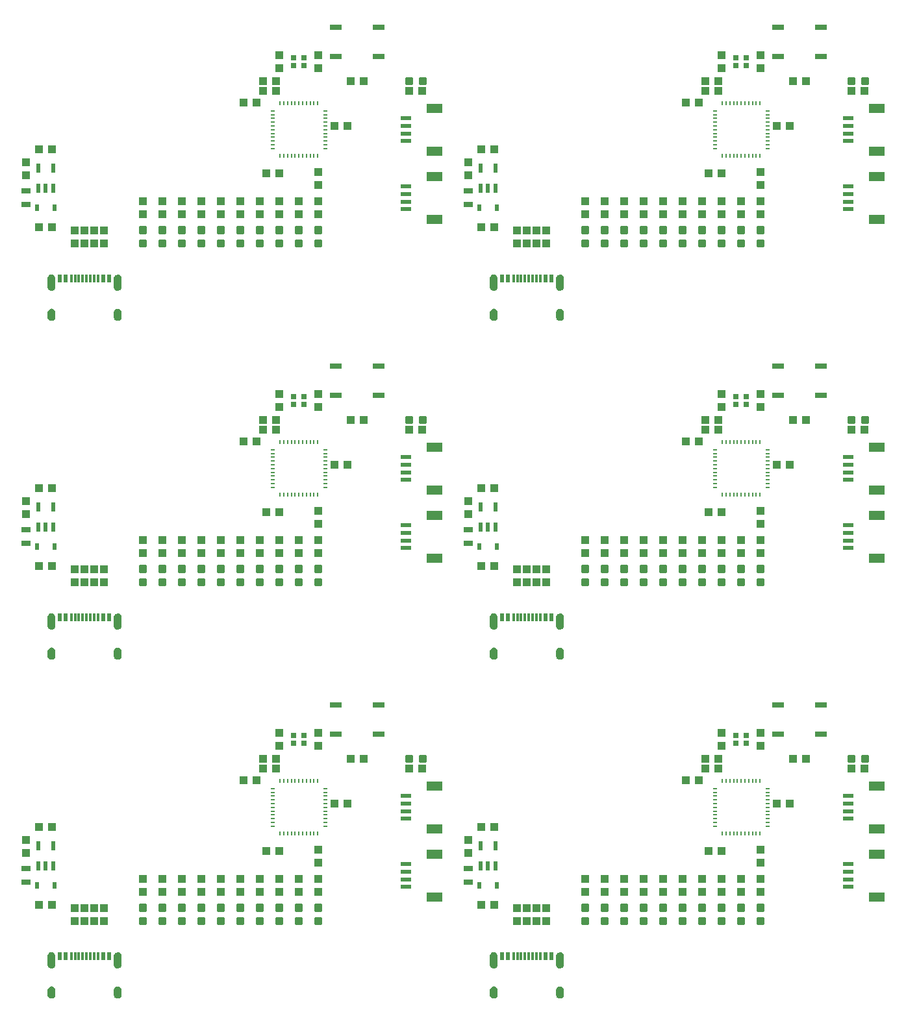
<source format=gtp>
G04 EAGLE Gerber RS-274X export*
G75*
%MOMM*%
%FSLAX34Y34*%
%LPD*%
%INSolderpaste Top*%
%IPPOS*%
%AMOC8*
5,1,8,0,0,1.08239X$1,22.5*%
G01*
%ADD10C,0.300000*%
%ADD11R,0.228600X0.546100*%
%ADD12R,0.546100X0.228600*%
%ADD13R,1.200000X0.800000*%
%ADD14R,0.630000X0.830000*%
%ADD15R,0.550000X1.200000*%
%ADD16R,1.100000X1.000000*%
%ADD17R,2.000000X1.200000*%
%ADD18R,1.350000X0.600000*%
%ADD19R,0.300000X1.000000*%
%ADD20R,0.600000X1.000000*%
%ADD21R,1.524000X0.762000*%
%ADD22R,0.750000X0.700000*%
%ADD23R,1.000000X1.100000*%

G36*
X721180Y927871D02*
X721180Y927871D01*
X721181Y927871D01*
X722249Y927890D01*
X722256Y927895D01*
X722260Y927891D01*
X723297Y928147D01*
X723302Y928154D01*
X723308Y928151D01*
X724262Y928632D01*
X724266Y928639D01*
X724271Y928638D01*
X725095Y929319D01*
X725096Y929327D01*
X725102Y929327D01*
X725753Y930174D01*
X725753Y930182D01*
X725759Y930183D01*
X726206Y931154D01*
X726204Y931162D01*
X726209Y931164D01*
X726428Y932210D01*
X726425Y932217D01*
X726429Y932220D01*
X726429Y944220D01*
X726426Y944225D01*
X726429Y944228D01*
X726249Y945323D01*
X726243Y945329D01*
X726246Y945334D01*
X725827Y946362D01*
X725820Y946366D01*
X725822Y946371D01*
X725185Y947280D01*
X725177Y947283D01*
X725177Y947288D01*
X724354Y948032D01*
X724346Y948033D01*
X724345Y948039D01*
X723377Y948581D01*
X723368Y948580D01*
X723366Y948586D01*
X722302Y948899D01*
X722297Y948897D01*
X722293Y948897D01*
X722291Y948901D01*
X721183Y948969D01*
X721177Y948965D01*
X721173Y948969D01*
X720065Y948799D01*
X720059Y948793D01*
X720054Y948796D01*
X719012Y948384D01*
X719008Y948377D01*
X719003Y948379D01*
X718078Y947745D01*
X718076Y947737D01*
X718070Y947738D01*
X717310Y946915D01*
X717309Y946906D01*
X717303Y946906D01*
X716746Y945934D01*
X716747Y945926D01*
X716741Y945924D01*
X716414Y944852D01*
X716417Y944844D01*
X716412Y944841D01*
X716331Y943724D01*
X716332Y943721D01*
X716331Y943720D01*
X716331Y931720D01*
X716336Y931713D01*
X716332Y931709D01*
X716551Y930765D01*
X716557Y930759D01*
X716555Y930754D01*
X716979Y929882D01*
X716986Y929879D01*
X716984Y929873D01*
X717591Y929117D01*
X717599Y929115D01*
X717599Y929109D01*
X718359Y928508D01*
X718368Y928508D01*
X718369Y928502D01*
X719244Y928084D01*
X719252Y928086D01*
X719254Y928081D01*
X720200Y927869D01*
X720207Y927872D01*
X720211Y927867D01*
X721180Y927871D01*
G37*
G36*
X144600Y927871D02*
X144600Y927871D01*
X144601Y927871D01*
X145669Y927890D01*
X145676Y927895D01*
X145680Y927891D01*
X146717Y928147D01*
X146722Y928154D01*
X146728Y928151D01*
X147682Y928632D01*
X147686Y928639D01*
X147691Y928638D01*
X148515Y929319D01*
X148516Y929327D01*
X148522Y929327D01*
X149173Y930174D01*
X149173Y930182D01*
X149179Y930183D01*
X149626Y931154D01*
X149624Y931162D01*
X149629Y931164D01*
X149848Y932210D01*
X149845Y932217D01*
X149849Y932220D01*
X149849Y944220D01*
X149846Y944225D01*
X149849Y944228D01*
X149669Y945323D01*
X149663Y945329D01*
X149666Y945334D01*
X149247Y946362D01*
X149240Y946366D01*
X149242Y946371D01*
X148605Y947280D01*
X148597Y947283D01*
X148597Y947288D01*
X147774Y948032D01*
X147766Y948033D01*
X147765Y948039D01*
X146797Y948581D01*
X146788Y948580D01*
X146786Y948586D01*
X145722Y948899D01*
X145717Y948897D01*
X145713Y948897D01*
X145711Y948901D01*
X144603Y948969D01*
X144597Y948965D01*
X144593Y948969D01*
X143485Y948799D01*
X143479Y948793D01*
X143474Y948796D01*
X142432Y948384D01*
X142428Y948377D01*
X142423Y948379D01*
X141498Y947745D01*
X141496Y947737D01*
X141490Y947738D01*
X140730Y946915D01*
X140729Y946906D01*
X140723Y946906D01*
X140166Y945934D01*
X140167Y945926D01*
X140161Y945924D01*
X139834Y944852D01*
X139837Y944844D01*
X139832Y944841D01*
X139751Y943724D01*
X139752Y943721D01*
X139751Y943720D01*
X139751Y931720D01*
X139756Y931713D01*
X139752Y931709D01*
X139971Y930765D01*
X139977Y930759D01*
X139975Y930754D01*
X140399Y929882D01*
X140406Y929879D01*
X140404Y929873D01*
X141011Y929117D01*
X141019Y929115D01*
X141019Y929109D01*
X141779Y928508D01*
X141788Y928508D01*
X141789Y928502D01*
X142664Y928084D01*
X142672Y928086D01*
X142674Y928081D01*
X143620Y927869D01*
X143627Y927872D01*
X143631Y927867D01*
X144600Y927871D01*
G37*
G36*
X144600Y485911D02*
X144600Y485911D01*
X144601Y485911D01*
X145669Y485930D01*
X145676Y485935D01*
X145680Y485931D01*
X146717Y486187D01*
X146722Y486194D01*
X146728Y486191D01*
X147682Y486672D01*
X147686Y486679D01*
X147691Y486678D01*
X148515Y487359D01*
X148516Y487367D01*
X148522Y487367D01*
X149173Y488214D01*
X149173Y488222D01*
X149179Y488223D01*
X149626Y489194D01*
X149624Y489202D01*
X149629Y489204D01*
X149848Y490250D01*
X149845Y490257D01*
X149849Y490260D01*
X149849Y502260D01*
X149846Y502265D01*
X149849Y502268D01*
X149669Y503363D01*
X149663Y503369D01*
X149666Y503374D01*
X149247Y504402D01*
X149240Y504406D01*
X149242Y504411D01*
X148605Y505320D01*
X148597Y505323D01*
X148597Y505328D01*
X147774Y506072D01*
X147766Y506073D01*
X147765Y506079D01*
X146797Y506621D01*
X146788Y506620D01*
X146786Y506626D01*
X145722Y506939D01*
X145717Y506937D01*
X145713Y506937D01*
X145711Y506941D01*
X144603Y507009D01*
X144597Y507005D01*
X144593Y507009D01*
X143485Y506839D01*
X143479Y506833D01*
X143474Y506836D01*
X142432Y506424D01*
X142428Y506417D01*
X142423Y506419D01*
X141498Y505785D01*
X141496Y505777D01*
X141490Y505778D01*
X140730Y504955D01*
X140729Y504946D01*
X140723Y504946D01*
X140166Y503974D01*
X140167Y503966D01*
X140161Y503964D01*
X139834Y502892D01*
X139837Y502884D01*
X139832Y502881D01*
X139751Y501764D01*
X139752Y501761D01*
X139751Y501760D01*
X139751Y489760D01*
X139756Y489753D01*
X139752Y489749D01*
X139971Y488805D01*
X139977Y488799D01*
X139975Y488794D01*
X140399Y487922D01*
X140406Y487919D01*
X140404Y487913D01*
X141011Y487157D01*
X141019Y487155D01*
X141019Y487149D01*
X141779Y486548D01*
X141788Y486548D01*
X141789Y486542D01*
X142664Y486124D01*
X142672Y486126D01*
X142674Y486121D01*
X143620Y485909D01*
X143627Y485912D01*
X143631Y485907D01*
X144600Y485911D01*
G37*
G36*
X721180Y485911D02*
X721180Y485911D01*
X721181Y485911D01*
X722249Y485930D01*
X722256Y485935D01*
X722260Y485931D01*
X723297Y486187D01*
X723302Y486194D01*
X723308Y486191D01*
X724262Y486672D01*
X724266Y486679D01*
X724271Y486678D01*
X725095Y487359D01*
X725096Y487367D01*
X725102Y487367D01*
X725753Y488214D01*
X725753Y488222D01*
X725759Y488223D01*
X726206Y489194D01*
X726204Y489202D01*
X726209Y489204D01*
X726428Y490250D01*
X726425Y490257D01*
X726429Y490260D01*
X726429Y502260D01*
X726426Y502265D01*
X726429Y502268D01*
X726249Y503363D01*
X726243Y503369D01*
X726246Y503374D01*
X725827Y504402D01*
X725820Y504406D01*
X725822Y504411D01*
X725185Y505320D01*
X725177Y505323D01*
X725177Y505328D01*
X724354Y506072D01*
X724346Y506073D01*
X724345Y506079D01*
X723377Y506621D01*
X723368Y506620D01*
X723366Y506626D01*
X722302Y506939D01*
X722297Y506937D01*
X722293Y506937D01*
X722291Y506941D01*
X721183Y507009D01*
X721177Y507005D01*
X721173Y507009D01*
X720065Y506839D01*
X720059Y506833D01*
X720054Y506836D01*
X719012Y506424D01*
X719008Y506417D01*
X719003Y506419D01*
X718078Y505785D01*
X718076Y505777D01*
X718070Y505778D01*
X717310Y504955D01*
X717309Y504946D01*
X717303Y504946D01*
X716746Y503974D01*
X716747Y503966D01*
X716741Y503964D01*
X716414Y502892D01*
X716417Y502884D01*
X716412Y502881D01*
X716331Y501764D01*
X716332Y501761D01*
X716331Y501760D01*
X716331Y489760D01*
X716336Y489753D01*
X716332Y489749D01*
X716551Y488805D01*
X716557Y488799D01*
X716555Y488794D01*
X716979Y487922D01*
X716986Y487919D01*
X716984Y487913D01*
X717591Y487157D01*
X717599Y487155D01*
X717599Y487149D01*
X718359Y486548D01*
X718368Y486548D01*
X718369Y486542D01*
X719244Y486124D01*
X719252Y486126D01*
X719254Y486121D01*
X720200Y485909D01*
X720207Y485912D01*
X720211Y485907D01*
X721180Y485911D01*
G37*
G36*
X721180Y43951D02*
X721180Y43951D01*
X721181Y43951D01*
X722249Y43970D01*
X722256Y43975D01*
X722260Y43971D01*
X723297Y44227D01*
X723302Y44234D01*
X723308Y44231D01*
X724262Y44712D01*
X724266Y44719D01*
X724271Y44718D01*
X725095Y45399D01*
X725096Y45407D01*
X725102Y45407D01*
X725753Y46254D01*
X725753Y46262D01*
X725759Y46263D01*
X726206Y47234D01*
X726204Y47242D01*
X726209Y47244D01*
X726428Y48290D01*
X726425Y48297D01*
X726429Y48300D01*
X726429Y60300D01*
X726426Y60305D01*
X726429Y60308D01*
X726249Y61403D01*
X726243Y61409D01*
X726246Y61414D01*
X725827Y62442D01*
X725820Y62446D01*
X725822Y62451D01*
X725185Y63360D01*
X725177Y63363D01*
X725177Y63368D01*
X724354Y64112D01*
X724346Y64113D01*
X724345Y64119D01*
X723377Y64661D01*
X723368Y64660D01*
X723366Y64666D01*
X722302Y64979D01*
X722297Y64977D01*
X722293Y64977D01*
X722291Y64981D01*
X721183Y65049D01*
X721177Y65045D01*
X721173Y65049D01*
X720065Y64879D01*
X720059Y64873D01*
X720054Y64876D01*
X719012Y64464D01*
X719008Y64457D01*
X719003Y64459D01*
X718078Y63825D01*
X718076Y63817D01*
X718070Y63818D01*
X717310Y62995D01*
X717309Y62986D01*
X717303Y62986D01*
X716746Y62014D01*
X716747Y62006D01*
X716741Y62004D01*
X716414Y60932D01*
X716417Y60924D01*
X716412Y60921D01*
X716331Y59804D01*
X716332Y59801D01*
X716331Y59800D01*
X716331Y47800D01*
X716336Y47793D01*
X716332Y47789D01*
X716551Y46845D01*
X716557Y46839D01*
X716555Y46834D01*
X716979Y45962D01*
X716986Y45959D01*
X716984Y45953D01*
X717591Y45197D01*
X717599Y45195D01*
X717599Y45189D01*
X718359Y44588D01*
X718368Y44588D01*
X718369Y44582D01*
X719244Y44164D01*
X719252Y44166D01*
X719254Y44161D01*
X720200Y43949D01*
X720207Y43952D01*
X720211Y43947D01*
X721180Y43951D01*
G37*
G36*
X144600Y43951D02*
X144600Y43951D01*
X144601Y43951D01*
X145669Y43970D01*
X145676Y43975D01*
X145680Y43971D01*
X146717Y44227D01*
X146722Y44234D01*
X146728Y44231D01*
X147682Y44712D01*
X147686Y44719D01*
X147691Y44718D01*
X148515Y45399D01*
X148516Y45407D01*
X148522Y45407D01*
X149173Y46254D01*
X149173Y46262D01*
X149179Y46263D01*
X149626Y47234D01*
X149624Y47242D01*
X149629Y47244D01*
X149848Y48290D01*
X149845Y48297D01*
X149849Y48300D01*
X149849Y60300D01*
X149846Y60305D01*
X149849Y60308D01*
X149669Y61403D01*
X149663Y61409D01*
X149666Y61414D01*
X149247Y62442D01*
X149240Y62446D01*
X149242Y62451D01*
X148605Y63360D01*
X148597Y63363D01*
X148597Y63368D01*
X147774Y64112D01*
X147766Y64113D01*
X147765Y64119D01*
X146797Y64661D01*
X146788Y64660D01*
X146786Y64666D01*
X145722Y64979D01*
X145717Y64977D01*
X145713Y64977D01*
X145711Y64981D01*
X144603Y65049D01*
X144597Y65045D01*
X144593Y65049D01*
X143485Y64879D01*
X143479Y64873D01*
X143474Y64876D01*
X142432Y64464D01*
X142428Y64457D01*
X142423Y64459D01*
X141498Y63825D01*
X141496Y63817D01*
X141490Y63818D01*
X140730Y62995D01*
X140729Y62986D01*
X140723Y62986D01*
X140166Y62014D01*
X140167Y62006D01*
X140161Y62004D01*
X139834Y60932D01*
X139837Y60924D01*
X139832Y60921D01*
X139751Y59804D01*
X139752Y59801D01*
X139751Y59800D01*
X139751Y47800D01*
X139756Y47793D01*
X139752Y47789D01*
X139971Y46845D01*
X139977Y46839D01*
X139975Y46834D01*
X140399Y45962D01*
X140406Y45959D01*
X140404Y45953D01*
X141011Y45197D01*
X141019Y45195D01*
X141019Y45189D01*
X141779Y44588D01*
X141788Y44588D01*
X141789Y44582D01*
X142664Y44164D01*
X142672Y44166D01*
X142674Y44161D01*
X143620Y43949D01*
X143627Y43952D01*
X143631Y43947D01*
X144600Y43951D01*
G37*
G36*
X59181Y927880D02*
X59181Y927880D01*
X59188Y927885D01*
X59192Y927881D01*
X60244Y928131D01*
X60249Y928137D01*
X60254Y928134D01*
X61224Y928611D01*
X61227Y928619D01*
X61233Y928617D01*
X62072Y929298D01*
X62074Y929306D01*
X62080Y929306D01*
X62746Y930157D01*
X62747Y930165D01*
X62752Y930166D01*
X63213Y931143D01*
X63211Y931151D01*
X63217Y931154D01*
X63448Y932209D01*
X63445Y932217D01*
X63449Y932220D01*
X63449Y944220D01*
X63445Y944225D01*
X63449Y944228D01*
X63256Y945334D01*
X63250Y945339D01*
X63253Y945344D01*
X62820Y946379D01*
X62813Y946383D01*
X62815Y946388D01*
X62162Y947301D01*
X62154Y947303D01*
X62155Y947309D01*
X61316Y948053D01*
X61307Y948054D01*
X61307Y948059D01*
X60323Y948598D01*
X60315Y948597D01*
X60313Y948602D01*
X59234Y948909D01*
X59226Y948906D01*
X59223Y948911D01*
X58103Y948969D01*
X58098Y948966D01*
X58095Y948969D01*
X57049Y948851D01*
X57043Y948845D01*
X57038Y948849D01*
X56044Y948501D01*
X56040Y948494D01*
X56035Y948496D01*
X55143Y947936D01*
X55141Y947929D01*
X55135Y947929D01*
X54391Y947185D01*
X54389Y947177D01*
X54384Y947177D01*
X53824Y946285D01*
X53824Y946277D01*
X53819Y946276D01*
X53471Y945282D01*
X53474Y945274D01*
X53469Y945271D01*
X53351Y944226D01*
X53353Y944222D01*
X53351Y944220D01*
X53351Y932220D01*
X53354Y932215D01*
X53351Y932212D01*
X53509Y931216D01*
X53515Y931210D01*
X53512Y931205D01*
X53887Y930269D01*
X53894Y930265D01*
X53892Y930259D01*
X54466Y929430D01*
X54474Y929427D01*
X54473Y929422D01*
X55217Y928741D01*
X55226Y928740D01*
X55226Y928734D01*
X56103Y928236D01*
X56112Y928237D01*
X56114Y928232D01*
X57079Y927941D01*
X57087Y927944D01*
X57090Y927939D01*
X58097Y927871D01*
X58099Y927872D01*
X58100Y927871D01*
X59181Y927880D01*
G37*
G36*
X635761Y927880D02*
X635761Y927880D01*
X635768Y927885D01*
X635772Y927881D01*
X636824Y928131D01*
X636829Y928137D01*
X636834Y928134D01*
X637804Y928611D01*
X637807Y928619D01*
X637813Y928617D01*
X638652Y929298D01*
X638654Y929306D01*
X638660Y929306D01*
X639326Y930157D01*
X639327Y930165D01*
X639332Y930166D01*
X639793Y931143D01*
X639791Y931151D01*
X639797Y931154D01*
X640028Y932209D01*
X640025Y932217D01*
X640029Y932220D01*
X640029Y944220D01*
X640025Y944225D01*
X640029Y944228D01*
X639836Y945334D01*
X639830Y945339D01*
X639833Y945344D01*
X639400Y946379D01*
X639393Y946383D01*
X639395Y946388D01*
X638742Y947301D01*
X638734Y947303D01*
X638735Y947309D01*
X637896Y948053D01*
X637887Y948054D01*
X637887Y948059D01*
X636903Y948598D01*
X636895Y948597D01*
X636893Y948602D01*
X635814Y948909D01*
X635806Y948906D01*
X635803Y948911D01*
X634683Y948969D01*
X634678Y948966D01*
X634675Y948969D01*
X633629Y948851D01*
X633623Y948845D01*
X633618Y948849D01*
X632624Y948501D01*
X632620Y948494D01*
X632615Y948496D01*
X631723Y947936D01*
X631721Y947929D01*
X631715Y947929D01*
X630971Y947185D01*
X630969Y947177D01*
X630964Y947177D01*
X630404Y946285D01*
X630404Y946277D01*
X630399Y946276D01*
X630051Y945282D01*
X630054Y945274D01*
X630049Y945271D01*
X629931Y944226D01*
X629933Y944222D01*
X629931Y944220D01*
X629931Y932220D01*
X629934Y932215D01*
X629931Y932212D01*
X630089Y931216D01*
X630095Y931210D01*
X630092Y931205D01*
X630467Y930269D01*
X630474Y930265D01*
X630472Y930259D01*
X631046Y929430D01*
X631054Y929427D01*
X631053Y929422D01*
X631797Y928741D01*
X631806Y928740D01*
X631806Y928734D01*
X632683Y928236D01*
X632692Y928237D01*
X632694Y928232D01*
X633659Y927941D01*
X633667Y927944D01*
X633670Y927939D01*
X634677Y927871D01*
X634679Y927872D01*
X634680Y927871D01*
X635761Y927880D01*
G37*
G36*
X635761Y485920D02*
X635761Y485920D01*
X635768Y485925D01*
X635772Y485921D01*
X636824Y486171D01*
X636829Y486177D01*
X636834Y486174D01*
X637804Y486651D01*
X637807Y486659D01*
X637813Y486657D01*
X638652Y487338D01*
X638654Y487346D01*
X638660Y487346D01*
X639326Y488197D01*
X639327Y488205D01*
X639332Y488206D01*
X639793Y489183D01*
X639791Y489191D01*
X639797Y489194D01*
X640028Y490249D01*
X640025Y490257D01*
X640029Y490260D01*
X640029Y502260D01*
X640025Y502265D01*
X640029Y502268D01*
X639836Y503374D01*
X639830Y503379D01*
X639833Y503384D01*
X639400Y504419D01*
X639393Y504423D01*
X639395Y504428D01*
X638742Y505341D01*
X638734Y505343D01*
X638735Y505349D01*
X637896Y506093D01*
X637887Y506094D01*
X637887Y506099D01*
X636903Y506638D01*
X636895Y506637D01*
X636893Y506642D01*
X635814Y506949D01*
X635806Y506946D01*
X635803Y506951D01*
X634683Y507009D01*
X634678Y507006D01*
X634675Y507009D01*
X633629Y506891D01*
X633623Y506885D01*
X633618Y506889D01*
X632624Y506541D01*
X632620Y506534D01*
X632615Y506536D01*
X631723Y505976D01*
X631721Y505969D01*
X631715Y505969D01*
X630971Y505225D01*
X630969Y505217D01*
X630964Y505217D01*
X630404Y504325D01*
X630404Y504317D01*
X630399Y504316D01*
X630051Y503322D01*
X630054Y503314D01*
X630049Y503311D01*
X629931Y502266D01*
X629933Y502262D01*
X629931Y502260D01*
X629931Y490260D01*
X629934Y490255D01*
X629931Y490252D01*
X630089Y489256D01*
X630095Y489250D01*
X630092Y489245D01*
X630467Y488309D01*
X630474Y488305D01*
X630472Y488299D01*
X631046Y487470D01*
X631054Y487467D01*
X631053Y487462D01*
X631797Y486781D01*
X631806Y486780D01*
X631806Y486774D01*
X632683Y486276D01*
X632692Y486277D01*
X632694Y486272D01*
X633659Y485981D01*
X633667Y485984D01*
X633670Y485979D01*
X634677Y485911D01*
X634679Y485912D01*
X634680Y485911D01*
X635761Y485920D01*
G37*
G36*
X59181Y485920D02*
X59181Y485920D01*
X59188Y485925D01*
X59192Y485921D01*
X60244Y486171D01*
X60249Y486177D01*
X60254Y486174D01*
X61224Y486651D01*
X61227Y486659D01*
X61233Y486657D01*
X62072Y487338D01*
X62074Y487346D01*
X62080Y487346D01*
X62746Y488197D01*
X62747Y488205D01*
X62752Y488206D01*
X63213Y489183D01*
X63211Y489191D01*
X63217Y489194D01*
X63448Y490249D01*
X63445Y490257D01*
X63449Y490260D01*
X63449Y502260D01*
X63445Y502265D01*
X63449Y502268D01*
X63256Y503374D01*
X63250Y503379D01*
X63253Y503384D01*
X62820Y504419D01*
X62813Y504423D01*
X62815Y504428D01*
X62162Y505341D01*
X62154Y505343D01*
X62155Y505349D01*
X61316Y506093D01*
X61307Y506094D01*
X61307Y506099D01*
X60323Y506638D01*
X60315Y506637D01*
X60313Y506642D01*
X59234Y506949D01*
X59226Y506946D01*
X59223Y506951D01*
X58103Y507009D01*
X58098Y507006D01*
X58095Y507009D01*
X57049Y506891D01*
X57043Y506885D01*
X57038Y506889D01*
X56044Y506541D01*
X56040Y506534D01*
X56035Y506536D01*
X55143Y505976D01*
X55141Y505969D01*
X55135Y505969D01*
X54391Y505225D01*
X54389Y505217D01*
X54384Y505217D01*
X53824Y504325D01*
X53824Y504317D01*
X53819Y504316D01*
X53471Y503322D01*
X53474Y503314D01*
X53469Y503311D01*
X53351Y502266D01*
X53353Y502262D01*
X53351Y502260D01*
X53351Y490260D01*
X53354Y490255D01*
X53351Y490252D01*
X53509Y489256D01*
X53515Y489250D01*
X53512Y489245D01*
X53887Y488309D01*
X53894Y488305D01*
X53892Y488299D01*
X54466Y487470D01*
X54474Y487467D01*
X54473Y487462D01*
X55217Y486781D01*
X55226Y486780D01*
X55226Y486774D01*
X56103Y486276D01*
X56112Y486277D01*
X56114Y486272D01*
X57079Y485981D01*
X57087Y485984D01*
X57090Y485979D01*
X58097Y485911D01*
X58099Y485912D01*
X58100Y485911D01*
X59181Y485920D01*
G37*
G36*
X59181Y43960D02*
X59181Y43960D01*
X59188Y43965D01*
X59192Y43961D01*
X60244Y44211D01*
X60249Y44217D01*
X60254Y44214D01*
X61224Y44691D01*
X61227Y44699D01*
X61233Y44697D01*
X62072Y45378D01*
X62074Y45386D01*
X62080Y45386D01*
X62746Y46237D01*
X62747Y46245D01*
X62752Y46246D01*
X63213Y47223D01*
X63211Y47231D01*
X63217Y47234D01*
X63448Y48289D01*
X63445Y48297D01*
X63449Y48300D01*
X63449Y60300D01*
X63445Y60305D01*
X63449Y60308D01*
X63256Y61414D01*
X63250Y61419D01*
X63253Y61424D01*
X62820Y62459D01*
X62813Y62463D01*
X62815Y62468D01*
X62162Y63381D01*
X62154Y63383D01*
X62155Y63389D01*
X61316Y64133D01*
X61307Y64134D01*
X61307Y64139D01*
X60323Y64678D01*
X60315Y64677D01*
X60313Y64682D01*
X59234Y64989D01*
X59226Y64986D01*
X59223Y64991D01*
X58103Y65049D01*
X58098Y65046D01*
X58095Y65049D01*
X57049Y64931D01*
X57043Y64925D01*
X57038Y64929D01*
X56044Y64581D01*
X56040Y64574D01*
X56035Y64576D01*
X55143Y64016D01*
X55141Y64009D01*
X55135Y64009D01*
X54391Y63265D01*
X54389Y63257D01*
X54384Y63257D01*
X53824Y62365D01*
X53824Y62357D01*
X53819Y62356D01*
X53471Y61362D01*
X53474Y61354D01*
X53469Y61351D01*
X53351Y60306D01*
X53353Y60302D01*
X53351Y60300D01*
X53351Y48300D01*
X53354Y48295D01*
X53351Y48292D01*
X53509Y47296D01*
X53515Y47290D01*
X53512Y47285D01*
X53887Y46349D01*
X53894Y46345D01*
X53892Y46339D01*
X54466Y45510D01*
X54474Y45507D01*
X54473Y45502D01*
X55217Y44821D01*
X55226Y44820D01*
X55226Y44814D01*
X56103Y44316D01*
X56112Y44317D01*
X56114Y44312D01*
X57079Y44021D01*
X57087Y44024D01*
X57090Y44019D01*
X58097Y43951D01*
X58099Y43952D01*
X58100Y43951D01*
X59181Y43960D01*
G37*
G36*
X635761Y43960D02*
X635761Y43960D01*
X635768Y43965D01*
X635772Y43961D01*
X636824Y44211D01*
X636829Y44217D01*
X636834Y44214D01*
X637804Y44691D01*
X637807Y44699D01*
X637813Y44697D01*
X638652Y45378D01*
X638654Y45386D01*
X638660Y45386D01*
X639326Y46237D01*
X639327Y46245D01*
X639332Y46246D01*
X639793Y47223D01*
X639791Y47231D01*
X639797Y47234D01*
X640028Y48289D01*
X640025Y48297D01*
X640029Y48300D01*
X640029Y60300D01*
X640025Y60305D01*
X640029Y60308D01*
X639836Y61414D01*
X639830Y61419D01*
X639833Y61424D01*
X639400Y62459D01*
X639393Y62463D01*
X639395Y62468D01*
X638742Y63381D01*
X638734Y63383D01*
X638735Y63389D01*
X637896Y64133D01*
X637887Y64134D01*
X637887Y64139D01*
X636903Y64678D01*
X636895Y64677D01*
X636893Y64682D01*
X635814Y64989D01*
X635806Y64986D01*
X635803Y64991D01*
X634683Y65049D01*
X634678Y65046D01*
X634675Y65049D01*
X633629Y64931D01*
X633623Y64925D01*
X633618Y64929D01*
X632624Y64581D01*
X632620Y64574D01*
X632615Y64576D01*
X631723Y64016D01*
X631721Y64009D01*
X631715Y64009D01*
X630971Y63265D01*
X630969Y63257D01*
X630964Y63257D01*
X630404Y62365D01*
X630404Y62357D01*
X630399Y62356D01*
X630051Y61362D01*
X630054Y61354D01*
X630049Y61351D01*
X629931Y60306D01*
X629933Y60302D01*
X629931Y60300D01*
X629931Y48300D01*
X629934Y48295D01*
X629931Y48292D01*
X630089Y47296D01*
X630095Y47290D01*
X630092Y47285D01*
X630467Y46349D01*
X630474Y46345D01*
X630472Y46339D01*
X631046Y45510D01*
X631054Y45507D01*
X631053Y45502D01*
X631797Y44821D01*
X631806Y44820D01*
X631806Y44814D01*
X632683Y44316D01*
X632692Y44317D01*
X632694Y44312D01*
X633659Y44021D01*
X633667Y44024D01*
X633670Y44019D01*
X634677Y43951D01*
X634679Y43952D01*
X634680Y43951D01*
X635761Y43960D01*
G37*
G36*
X721684Y888375D02*
X721684Y888375D01*
X721687Y888371D01*
X722763Y888526D01*
X722768Y888532D01*
X722773Y888529D01*
X723787Y888919D01*
X723791Y888926D01*
X723797Y888925D01*
X724699Y889531D01*
X724701Y889539D01*
X724707Y889538D01*
X725451Y890330D01*
X725452Y890338D01*
X725458Y890338D01*
X726007Y891276D01*
X726006Y891284D01*
X726012Y891286D01*
X726339Y892322D01*
X726336Y892330D01*
X726341Y892333D01*
X726429Y893416D01*
X726427Y893419D01*
X726429Y893420D01*
X726429Y899420D01*
X726426Y899424D01*
X726429Y899426D01*
X726279Y900559D01*
X726273Y900565D01*
X726276Y900570D01*
X725878Y901640D01*
X725871Y901644D01*
X725873Y901650D01*
X725246Y902605D01*
X725238Y902608D01*
X725239Y902613D01*
X724416Y903405D01*
X724408Y903406D01*
X724407Y903412D01*
X723428Y904001D01*
X723420Y904000D01*
X723418Y904005D01*
X722333Y904361D01*
X722325Y904359D01*
X722322Y904363D01*
X721185Y904469D01*
X721176Y904464D01*
X721171Y904468D01*
X720034Y904261D01*
X720028Y904255D01*
X720023Y904258D01*
X718961Y903803D01*
X718957Y903796D01*
X718951Y903798D01*
X718016Y903118D01*
X718014Y903110D01*
X718008Y903111D01*
X717248Y902240D01*
X717248Y902232D01*
X717242Y902231D01*
X716695Y901212D01*
X716696Y901204D01*
X716691Y901202D01*
X716687Y901189D01*
X716674Y901140D01*
X716673Y901140D01*
X716674Y901140D01*
X716660Y901091D01*
X716646Y901041D01*
X716633Y900992D01*
X716619Y900943D01*
X716606Y900894D01*
X716592Y900844D01*
X716579Y900795D01*
X716565Y900746D01*
X716551Y900697D01*
X716538Y900647D01*
X716524Y900598D01*
X716511Y900549D01*
X716497Y900500D01*
X716484Y900450D01*
X716470Y900401D01*
X716457Y900352D01*
X716456Y900352D01*
X716443Y900303D01*
X716429Y900253D01*
X716384Y900088D01*
X716387Y900080D01*
X716382Y900077D01*
X716331Y898922D01*
X716332Y898921D01*
X716331Y898920D01*
X716331Y892920D01*
X716335Y892914D01*
X716332Y892911D01*
X716544Y891830D01*
X716550Y891825D01*
X716547Y891820D01*
X716994Y890814D01*
X717001Y890810D01*
X716999Y890804D01*
X717659Y889923D01*
X717667Y889920D01*
X717667Y889915D01*
X718506Y889202D01*
X718514Y889202D01*
X718515Y889196D01*
X719492Y888688D01*
X719500Y888689D01*
X719502Y888684D01*
X720567Y888406D01*
X720575Y888409D01*
X720578Y888405D01*
X721679Y888371D01*
X721684Y888375D01*
G37*
G36*
X145104Y888375D02*
X145104Y888375D01*
X145107Y888371D01*
X146183Y888526D01*
X146188Y888532D01*
X146193Y888529D01*
X147207Y888919D01*
X147211Y888926D01*
X147217Y888925D01*
X148119Y889531D01*
X148121Y889539D01*
X148127Y889538D01*
X148871Y890330D01*
X148872Y890338D01*
X148878Y890338D01*
X149427Y891276D01*
X149426Y891284D01*
X149432Y891286D01*
X149759Y892322D01*
X149756Y892330D01*
X149761Y892333D01*
X149849Y893416D01*
X149847Y893419D01*
X149849Y893420D01*
X149849Y899420D01*
X149846Y899424D01*
X149849Y899426D01*
X149699Y900559D01*
X149693Y900565D01*
X149696Y900570D01*
X149298Y901640D01*
X149291Y901644D01*
X149293Y901650D01*
X148666Y902605D01*
X148658Y902608D01*
X148659Y902613D01*
X147836Y903405D01*
X147828Y903406D01*
X147827Y903412D01*
X146848Y904001D01*
X146840Y904000D01*
X146838Y904005D01*
X145753Y904361D01*
X145745Y904359D01*
X145742Y904363D01*
X144605Y904469D01*
X144596Y904464D01*
X144591Y904468D01*
X143454Y904261D01*
X143448Y904255D01*
X143443Y904258D01*
X142381Y903803D01*
X142377Y903796D01*
X142371Y903798D01*
X141436Y903118D01*
X141434Y903110D01*
X141428Y903111D01*
X140668Y902240D01*
X140668Y902232D01*
X140662Y902231D01*
X140115Y901212D01*
X140116Y901204D01*
X140111Y901202D01*
X140107Y901189D01*
X140094Y901140D01*
X140093Y901140D01*
X140094Y901140D01*
X140080Y901091D01*
X140066Y901041D01*
X140053Y900992D01*
X140039Y900943D01*
X140026Y900894D01*
X140012Y900844D01*
X139999Y900795D01*
X139985Y900746D01*
X139971Y900697D01*
X139958Y900647D01*
X139944Y900598D01*
X139931Y900549D01*
X139917Y900500D01*
X139904Y900450D01*
X139890Y900401D01*
X139877Y900352D01*
X139876Y900352D01*
X139863Y900303D01*
X139849Y900253D01*
X139804Y900088D01*
X139807Y900080D01*
X139802Y900077D01*
X139751Y898922D01*
X139752Y898921D01*
X139751Y898920D01*
X139751Y892920D01*
X139755Y892914D01*
X139752Y892911D01*
X139964Y891830D01*
X139970Y891825D01*
X139967Y891820D01*
X140414Y890814D01*
X140421Y890810D01*
X140419Y890804D01*
X141079Y889923D01*
X141087Y889920D01*
X141087Y889915D01*
X141926Y889202D01*
X141934Y889202D01*
X141935Y889196D01*
X142912Y888688D01*
X142920Y888689D01*
X142922Y888684D01*
X143987Y888406D01*
X143995Y888409D01*
X143998Y888405D01*
X145099Y888371D01*
X145104Y888375D01*
G37*
G36*
X145104Y446415D02*
X145104Y446415D01*
X145107Y446411D01*
X146183Y446566D01*
X146188Y446572D01*
X146193Y446569D01*
X147207Y446959D01*
X147211Y446966D01*
X147217Y446965D01*
X148119Y447571D01*
X148121Y447579D01*
X148127Y447578D01*
X148871Y448370D01*
X148872Y448378D01*
X148878Y448378D01*
X149427Y449316D01*
X149426Y449324D01*
X149432Y449326D01*
X149759Y450362D01*
X149756Y450370D01*
X149761Y450373D01*
X149849Y451456D01*
X149847Y451459D01*
X149849Y451460D01*
X149849Y457460D01*
X149846Y457464D01*
X149849Y457466D01*
X149699Y458599D01*
X149693Y458605D01*
X149696Y458610D01*
X149298Y459680D01*
X149291Y459684D01*
X149293Y459690D01*
X148666Y460645D01*
X148658Y460648D01*
X148659Y460653D01*
X147836Y461445D01*
X147828Y461446D01*
X147827Y461452D01*
X146848Y462041D01*
X146840Y462040D01*
X146838Y462045D01*
X145753Y462401D01*
X145745Y462399D01*
X145742Y462403D01*
X144605Y462509D01*
X144596Y462504D01*
X144591Y462508D01*
X143454Y462301D01*
X143448Y462295D01*
X143443Y462298D01*
X142381Y461843D01*
X142377Y461836D01*
X142371Y461838D01*
X141436Y461158D01*
X141434Y461150D01*
X141428Y461151D01*
X140668Y460280D01*
X140668Y460272D01*
X140662Y460271D01*
X140115Y459252D01*
X140116Y459244D01*
X140111Y459242D01*
X140107Y459229D01*
X140094Y459180D01*
X140093Y459180D01*
X140094Y459180D01*
X140080Y459131D01*
X140066Y459081D01*
X140053Y459032D01*
X140039Y458983D01*
X140026Y458934D01*
X140012Y458884D01*
X139999Y458835D01*
X139985Y458786D01*
X139971Y458737D01*
X139958Y458687D01*
X139944Y458638D01*
X139931Y458589D01*
X139917Y458540D01*
X139904Y458490D01*
X139890Y458441D01*
X139877Y458392D01*
X139876Y458392D01*
X139863Y458343D01*
X139849Y458293D01*
X139804Y458128D01*
X139807Y458120D01*
X139802Y458117D01*
X139751Y456962D01*
X139752Y456961D01*
X139751Y456960D01*
X139751Y450960D01*
X139755Y450954D01*
X139752Y450951D01*
X139964Y449870D01*
X139970Y449865D01*
X139967Y449860D01*
X140414Y448854D01*
X140421Y448850D01*
X140419Y448844D01*
X141079Y447963D01*
X141087Y447960D01*
X141087Y447955D01*
X141926Y447242D01*
X141934Y447242D01*
X141935Y447236D01*
X142912Y446728D01*
X142920Y446729D01*
X142922Y446724D01*
X143987Y446446D01*
X143995Y446449D01*
X143998Y446445D01*
X145099Y446411D01*
X145104Y446415D01*
G37*
G36*
X721684Y446415D02*
X721684Y446415D01*
X721687Y446411D01*
X722763Y446566D01*
X722768Y446572D01*
X722773Y446569D01*
X723787Y446959D01*
X723791Y446966D01*
X723797Y446965D01*
X724699Y447571D01*
X724701Y447579D01*
X724707Y447578D01*
X725451Y448370D01*
X725452Y448378D01*
X725458Y448378D01*
X726007Y449316D01*
X726006Y449324D01*
X726012Y449326D01*
X726339Y450362D01*
X726336Y450370D01*
X726341Y450373D01*
X726429Y451456D01*
X726427Y451459D01*
X726429Y451460D01*
X726429Y457460D01*
X726426Y457464D01*
X726429Y457466D01*
X726279Y458599D01*
X726273Y458605D01*
X726276Y458610D01*
X725878Y459680D01*
X725871Y459684D01*
X725873Y459690D01*
X725246Y460645D01*
X725238Y460648D01*
X725239Y460653D01*
X724416Y461445D01*
X724408Y461446D01*
X724407Y461452D01*
X723428Y462041D01*
X723420Y462040D01*
X723418Y462045D01*
X722333Y462401D01*
X722325Y462399D01*
X722322Y462403D01*
X721185Y462509D01*
X721176Y462504D01*
X721171Y462508D01*
X720034Y462301D01*
X720028Y462295D01*
X720023Y462298D01*
X718961Y461843D01*
X718957Y461836D01*
X718951Y461838D01*
X718016Y461158D01*
X718014Y461150D01*
X718008Y461151D01*
X717248Y460280D01*
X717248Y460272D01*
X717242Y460271D01*
X716695Y459252D01*
X716696Y459244D01*
X716691Y459242D01*
X716687Y459229D01*
X716674Y459180D01*
X716673Y459180D01*
X716674Y459180D01*
X716660Y459131D01*
X716646Y459081D01*
X716633Y459032D01*
X716619Y458983D01*
X716606Y458934D01*
X716592Y458884D01*
X716579Y458835D01*
X716565Y458786D01*
X716551Y458737D01*
X716538Y458687D01*
X716524Y458638D01*
X716511Y458589D01*
X716497Y458540D01*
X716484Y458490D01*
X716470Y458441D01*
X716457Y458392D01*
X716456Y458392D01*
X716443Y458343D01*
X716429Y458293D01*
X716384Y458128D01*
X716387Y458120D01*
X716382Y458117D01*
X716331Y456962D01*
X716332Y456961D01*
X716331Y456960D01*
X716331Y450960D01*
X716335Y450954D01*
X716332Y450951D01*
X716544Y449870D01*
X716550Y449865D01*
X716547Y449860D01*
X716994Y448854D01*
X717001Y448850D01*
X716999Y448844D01*
X717659Y447963D01*
X717667Y447960D01*
X717667Y447955D01*
X718506Y447242D01*
X718514Y447242D01*
X718515Y447236D01*
X719492Y446728D01*
X719500Y446729D01*
X719502Y446724D01*
X720567Y446446D01*
X720575Y446449D01*
X720578Y446445D01*
X721679Y446411D01*
X721684Y446415D01*
G37*
G36*
X145104Y4455D02*
X145104Y4455D01*
X145107Y4451D01*
X146183Y4606D01*
X146188Y4612D01*
X146193Y4609D01*
X147207Y4999D01*
X147211Y5006D01*
X147217Y5005D01*
X148119Y5611D01*
X148121Y5619D01*
X148127Y5618D01*
X148871Y6410D01*
X148872Y6418D01*
X148878Y6418D01*
X149427Y7356D01*
X149426Y7364D01*
X149432Y7366D01*
X149759Y8402D01*
X149756Y8410D01*
X149761Y8413D01*
X149849Y9496D01*
X149847Y9499D01*
X149849Y9500D01*
X149849Y15500D01*
X149846Y15504D01*
X149849Y15506D01*
X149699Y16639D01*
X149693Y16645D01*
X149696Y16650D01*
X149298Y17720D01*
X149291Y17724D01*
X149293Y17730D01*
X148666Y18685D01*
X148658Y18688D01*
X148659Y18693D01*
X147836Y19485D01*
X147828Y19486D01*
X147827Y19492D01*
X146848Y20081D01*
X146840Y20080D01*
X146838Y20085D01*
X145753Y20441D01*
X145745Y20439D01*
X145742Y20443D01*
X144605Y20549D01*
X144596Y20544D01*
X144591Y20548D01*
X143454Y20341D01*
X143448Y20335D01*
X143443Y20338D01*
X142381Y19883D01*
X142377Y19876D01*
X142371Y19878D01*
X141436Y19198D01*
X141434Y19190D01*
X141428Y19191D01*
X140668Y18320D01*
X140668Y18312D01*
X140662Y18311D01*
X140115Y17292D01*
X140116Y17284D01*
X140111Y17282D01*
X140107Y17269D01*
X140094Y17220D01*
X140093Y17220D01*
X140094Y17220D01*
X140080Y17171D01*
X140066Y17121D01*
X140053Y17072D01*
X140039Y17023D01*
X140026Y16974D01*
X140012Y16924D01*
X139999Y16875D01*
X139985Y16826D01*
X139971Y16777D01*
X139958Y16727D01*
X139944Y16678D01*
X139931Y16629D01*
X139917Y16580D01*
X139904Y16530D01*
X139890Y16481D01*
X139877Y16432D01*
X139876Y16432D01*
X139863Y16383D01*
X139849Y16333D01*
X139804Y16168D01*
X139807Y16160D01*
X139802Y16157D01*
X139751Y15002D01*
X139752Y15001D01*
X139751Y15000D01*
X139751Y9000D01*
X139755Y8994D01*
X139752Y8991D01*
X139964Y7910D01*
X139970Y7905D01*
X139967Y7900D01*
X140414Y6894D01*
X140421Y6890D01*
X140419Y6884D01*
X141079Y6003D01*
X141087Y6000D01*
X141087Y5995D01*
X141926Y5282D01*
X141934Y5282D01*
X141935Y5276D01*
X142912Y4768D01*
X142920Y4769D01*
X142922Y4764D01*
X143987Y4486D01*
X143995Y4489D01*
X143998Y4485D01*
X145099Y4451D01*
X145104Y4455D01*
G37*
G36*
X721684Y4455D02*
X721684Y4455D01*
X721687Y4451D01*
X722763Y4606D01*
X722768Y4612D01*
X722773Y4609D01*
X723787Y4999D01*
X723791Y5006D01*
X723797Y5005D01*
X724699Y5611D01*
X724701Y5619D01*
X724707Y5618D01*
X725451Y6410D01*
X725452Y6418D01*
X725458Y6418D01*
X726007Y7356D01*
X726006Y7364D01*
X726012Y7366D01*
X726339Y8402D01*
X726336Y8410D01*
X726341Y8413D01*
X726429Y9496D01*
X726427Y9499D01*
X726429Y9500D01*
X726429Y15500D01*
X726426Y15504D01*
X726429Y15506D01*
X726279Y16639D01*
X726273Y16645D01*
X726276Y16650D01*
X725878Y17720D01*
X725871Y17724D01*
X725873Y17730D01*
X725246Y18685D01*
X725238Y18688D01*
X725239Y18693D01*
X724416Y19485D01*
X724408Y19486D01*
X724407Y19492D01*
X723428Y20081D01*
X723420Y20080D01*
X723418Y20085D01*
X722333Y20441D01*
X722325Y20439D01*
X722322Y20443D01*
X721185Y20549D01*
X721176Y20544D01*
X721171Y20548D01*
X720034Y20341D01*
X720028Y20335D01*
X720023Y20338D01*
X718961Y19883D01*
X718957Y19876D01*
X718951Y19878D01*
X718016Y19198D01*
X718014Y19190D01*
X718008Y19191D01*
X717248Y18320D01*
X717248Y18312D01*
X717242Y18311D01*
X716695Y17292D01*
X716696Y17284D01*
X716691Y17282D01*
X716687Y17269D01*
X716674Y17220D01*
X716673Y17220D01*
X716674Y17220D01*
X716660Y17171D01*
X716646Y17121D01*
X716633Y17072D01*
X716619Y17023D01*
X716606Y16974D01*
X716592Y16924D01*
X716579Y16875D01*
X716565Y16826D01*
X716551Y16777D01*
X716538Y16727D01*
X716524Y16678D01*
X716511Y16629D01*
X716497Y16580D01*
X716484Y16530D01*
X716470Y16481D01*
X716457Y16432D01*
X716456Y16432D01*
X716443Y16383D01*
X716429Y16333D01*
X716384Y16168D01*
X716387Y16160D01*
X716382Y16157D01*
X716331Y15002D01*
X716332Y15001D01*
X716331Y15000D01*
X716331Y9000D01*
X716335Y8994D01*
X716332Y8991D01*
X716544Y7910D01*
X716550Y7905D01*
X716547Y7900D01*
X716994Y6894D01*
X717001Y6890D01*
X716999Y6884D01*
X717659Y6003D01*
X717667Y6000D01*
X717667Y5995D01*
X718506Y5282D01*
X718514Y5282D01*
X718515Y5276D01*
X719492Y4768D01*
X719500Y4769D01*
X719502Y4764D01*
X720567Y4486D01*
X720575Y4489D01*
X720578Y4485D01*
X721679Y4451D01*
X721684Y4455D01*
G37*
G36*
X635182Y888375D02*
X635182Y888375D01*
X635187Y888371D01*
X636274Y888516D01*
X636280Y888522D01*
X636285Y888519D01*
X637313Y888903D01*
X637318Y888909D01*
X637323Y888908D01*
X638240Y889510D01*
X638243Y889518D01*
X638249Y889517D01*
X639009Y890309D01*
X639010Y890317D01*
X639016Y890318D01*
X639580Y891259D01*
X639580Y891262D01*
X639581Y891263D01*
X639580Y891265D01*
X639579Y891267D01*
X639585Y891269D01*
X639926Y892312D01*
X639924Y892320D01*
X639928Y892323D01*
X640029Y893416D01*
X640027Y893418D01*
X640029Y893420D01*
X640029Y899420D01*
X640027Y899423D01*
X640029Y899425D01*
X639928Y900517D01*
X639923Y900523D01*
X639926Y900528D01*
X639585Y901571D01*
X639578Y901576D01*
X639580Y901581D01*
X639016Y902522D01*
X639008Y902525D01*
X639009Y902531D01*
X638249Y903323D01*
X638241Y903324D01*
X638240Y903330D01*
X637323Y903933D01*
X637315Y903932D01*
X637313Y903938D01*
X636285Y904321D01*
X636277Y904319D01*
X636274Y904324D01*
X635187Y904469D01*
X635179Y904465D01*
X635175Y904469D01*
X634038Y904363D01*
X634032Y904358D01*
X634027Y904361D01*
X632942Y904005D01*
X632937Y903998D01*
X632932Y904001D01*
X631953Y903412D01*
X631950Y903404D01*
X631944Y903405D01*
X631121Y902613D01*
X631120Y902605D01*
X631114Y902605D01*
X630487Y901650D01*
X630488Y901642D01*
X630482Y901640D01*
X630084Y900570D01*
X630086Y900562D01*
X630081Y900559D01*
X629931Y899426D01*
X629934Y899422D01*
X629931Y899420D01*
X629931Y893420D01*
X629934Y893416D01*
X629931Y893414D01*
X630081Y892281D01*
X630087Y892275D01*
X630084Y892270D01*
X630482Y891200D01*
X630489Y891196D01*
X630487Y891190D01*
X631114Y890235D01*
X631122Y890232D01*
X631121Y890227D01*
X631944Y889435D01*
X631952Y889434D01*
X631953Y889428D01*
X632932Y888839D01*
X632940Y888840D01*
X632942Y888835D01*
X634027Y888479D01*
X634035Y888482D01*
X634038Y888477D01*
X635175Y888371D01*
X635182Y888375D01*
G37*
G36*
X58602Y888375D02*
X58602Y888375D01*
X58607Y888371D01*
X59694Y888516D01*
X59700Y888522D01*
X59705Y888519D01*
X60733Y888903D01*
X60738Y888909D01*
X60743Y888908D01*
X61660Y889510D01*
X61663Y889518D01*
X61669Y889517D01*
X62429Y890309D01*
X62430Y890317D01*
X62436Y890318D01*
X63000Y891259D01*
X63000Y891262D01*
X63001Y891263D01*
X63000Y891265D01*
X62999Y891267D01*
X63005Y891269D01*
X63346Y892312D01*
X63344Y892320D01*
X63348Y892323D01*
X63449Y893416D01*
X63447Y893418D01*
X63449Y893420D01*
X63449Y899420D01*
X63447Y899423D01*
X63449Y899425D01*
X63348Y900517D01*
X63343Y900523D01*
X63346Y900528D01*
X63005Y901571D01*
X62998Y901576D01*
X63000Y901581D01*
X62436Y902522D01*
X62428Y902525D01*
X62429Y902531D01*
X61669Y903323D01*
X61661Y903324D01*
X61660Y903330D01*
X60743Y903933D01*
X60735Y903932D01*
X60733Y903938D01*
X59705Y904321D01*
X59697Y904319D01*
X59694Y904324D01*
X58607Y904469D01*
X58599Y904465D01*
X58595Y904469D01*
X57458Y904363D01*
X57452Y904358D01*
X57447Y904361D01*
X56362Y904005D01*
X56357Y903998D01*
X56352Y904001D01*
X55373Y903412D01*
X55370Y903404D01*
X55364Y903405D01*
X54541Y902613D01*
X54540Y902605D01*
X54534Y902605D01*
X53907Y901650D01*
X53908Y901642D01*
X53902Y901640D01*
X53504Y900570D01*
X53506Y900562D01*
X53501Y900559D01*
X53351Y899426D01*
X53354Y899422D01*
X53351Y899420D01*
X53351Y893420D01*
X53354Y893416D01*
X53351Y893414D01*
X53501Y892281D01*
X53507Y892275D01*
X53504Y892270D01*
X53902Y891200D01*
X53909Y891196D01*
X53907Y891190D01*
X54534Y890235D01*
X54542Y890232D01*
X54541Y890227D01*
X55364Y889435D01*
X55372Y889434D01*
X55373Y889428D01*
X56352Y888839D01*
X56360Y888840D01*
X56362Y888835D01*
X57447Y888479D01*
X57455Y888482D01*
X57458Y888477D01*
X58595Y888371D01*
X58602Y888375D01*
G37*
G36*
X58602Y446415D02*
X58602Y446415D01*
X58607Y446411D01*
X59694Y446556D01*
X59700Y446562D01*
X59705Y446559D01*
X60733Y446943D01*
X60738Y446949D01*
X60743Y446948D01*
X61660Y447550D01*
X61663Y447558D01*
X61669Y447557D01*
X62429Y448349D01*
X62430Y448357D01*
X62436Y448358D01*
X63000Y449299D01*
X63000Y449302D01*
X63001Y449303D01*
X63000Y449305D01*
X62999Y449307D01*
X63005Y449309D01*
X63346Y450352D01*
X63344Y450360D01*
X63348Y450363D01*
X63449Y451456D01*
X63447Y451458D01*
X63449Y451460D01*
X63449Y457460D01*
X63447Y457463D01*
X63449Y457465D01*
X63348Y458557D01*
X63343Y458563D01*
X63346Y458568D01*
X63005Y459611D01*
X62998Y459616D01*
X63000Y459621D01*
X62436Y460562D01*
X62428Y460565D01*
X62429Y460571D01*
X61669Y461363D01*
X61661Y461364D01*
X61660Y461370D01*
X60743Y461973D01*
X60735Y461972D01*
X60733Y461978D01*
X59705Y462361D01*
X59697Y462359D01*
X59694Y462364D01*
X58607Y462509D01*
X58599Y462505D01*
X58595Y462509D01*
X57458Y462403D01*
X57452Y462398D01*
X57447Y462401D01*
X56362Y462045D01*
X56357Y462038D01*
X56352Y462041D01*
X55373Y461452D01*
X55370Y461444D01*
X55364Y461445D01*
X54541Y460653D01*
X54540Y460645D01*
X54534Y460645D01*
X53907Y459690D01*
X53908Y459682D01*
X53902Y459680D01*
X53504Y458610D01*
X53506Y458602D01*
X53501Y458599D01*
X53351Y457466D01*
X53354Y457462D01*
X53351Y457460D01*
X53351Y451460D01*
X53354Y451456D01*
X53351Y451454D01*
X53501Y450321D01*
X53507Y450315D01*
X53504Y450310D01*
X53902Y449240D01*
X53909Y449236D01*
X53907Y449230D01*
X54534Y448275D01*
X54542Y448272D01*
X54541Y448267D01*
X55364Y447475D01*
X55372Y447474D01*
X55373Y447468D01*
X56352Y446879D01*
X56360Y446880D01*
X56362Y446875D01*
X57447Y446519D01*
X57455Y446522D01*
X57458Y446517D01*
X58595Y446411D01*
X58602Y446415D01*
G37*
G36*
X635182Y446415D02*
X635182Y446415D01*
X635187Y446411D01*
X636274Y446556D01*
X636280Y446562D01*
X636285Y446559D01*
X637313Y446943D01*
X637318Y446949D01*
X637323Y446948D01*
X638240Y447550D01*
X638243Y447558D01*
X638249Y447557D01*
X639009Y448349D01*
X639010Y448357D01*
X639016Y448358D01*
X639580Y449299D01*
X639580Y449302D01*
X639581Y449303D01*
X639580Y449305D01*
X639579Y449307D01*
X639585Y449309D01*
X639926Y450352D01*
X639924Y450360D01*
X639928Y450363D01*
X640029Y451456D01*
X640027Y451458D01*
X640029Y451460D01*
X640029Y457460D01*
X640027Y457463D01*
X640029Y457465D01*
X639928Y458557D01*
X639923Y458563D01*
X639926Y458568D01*
X639585Y459611D01*
X639578Y459616D01*
X639580Y459621D01*
X639016Y460562D01*
X639008Y460565D01*
X639009Y460571D01*
X638249Y461363D01*
X638241Y461364D01*
X638240Y461370D01*
X637323Y461973D01*
X637315Y461972D01*
X637313Y461978D01*
X636285Y462361D01*
X636277Y462359D01*
X636274Y462364D01*
X635187Y462509D01*
X635179Y462505D01*
X635175Y462509D01*
X634038Y462403D01*
X634032Y462398D01*
X634027Y462401D01*
X632942Y462045D01*
X632937Y462038D01*
X632932Y462041D01*
X631953Y461452D01*
X631950Y461444D01*
X631944Y461445D01*
X631121Y460653D01*
X631120Y460645D01*
X631114Y460645D01*
X630487Y459690D01*
X630488Y459682D01*
X630482Y459680D01*
X630084Y458610D01*
X630086Y458602D01*
X630081Y458599D01*
X629931Y457466D01*
X629934Y457462D01*
X629931Y457460D01*
X629931Y451460D01*
X629934Y451456D01*
X629931Y451454D01*
X630081Y450321D01*
X630087Y450315D01*
X630084Y450310D01*
X630482Y449240D01*
X630489Y449236D01*
X630487Y449230D01*
X631114Y448275D01*
X631122Y448272D01*
X631121Y448267D01*
X631944Y447475D01*
X631952Y447474D01*
X631953Y447468D01*
X632932Y446879D01*
X632940Y446880D01*
X632942Y446875D01*
X634027Y446519D01*
X634035Y446522D01*
X634038Y446517D01*
X635175Y446411D01*
X635182Y446415D01*
G37*
G36*
X58602Y4455D02*
X58602Y4455D01*
X58607Y4451D01*
X59694Y4596D01*
X59700Y4602D01*
X59705Y4599D01*
X60733Y4983D01*
X60738Y4989D01*
X60743Y4988D01*
X61660Y5590D01*
X61663Y5598D01*
X61669Y5597D01*
X62429Y6389D01*
X62430Y6397D01*
X62436Y6398D01*
X63000Y7339D01*
X63000Y7342D01*
X63001Y7343D01*
X63000Y7345D01*
X62999Y7347D01*
X63005Y7349D01*
X63346Y8392D01*
X63344Y8400D01*
X63348Y8403D01*
X63449Y9496D01*
X63447Y9498D01*
X63449Y9500D01*
X63449Y15500D01*
X63447Y15503D01*
X63449Y15505D01*
X63348Y16597D01*
X63343Y16603D01*
X63346Y16608D01*
X63005Y17651D01*
X62998Y17656D01*
X63000Y17661D01*
X62436Y18602D01*
X62428Y18605D01*
X62429Y18611D01*
X61669Y19403D01*
X61661Y19404D01*
X61660Y19410D01*
X60743Y20013D01*
X60735Y20012D01*
X60733Y20018D01*
X59705Y20401D01*
X59697Y20399D01*
X59694Y20404D01*
X58607Y20549D01*
X58599Y20545D01*
X58595Y20549D01*
X57458Y20443D01*
X57452Y20438D01*
X57447Y20441D01*
X56362Y20085D01*
X56357Y20078D01*
X56352Y20081D01*
X55373Y19492D01*
X55370Y19484D01*
X55364Y19485D01*
X54541Y18693D01*
X54540Y18685D01*
X54534Y18685D01*
X53907Y17730D01*
X53908Y17722D01*
X53902Y17720D01*
X53504Y16650D01*
X53506Y16642D01*
X53501Y16639D01*
X53351Y15506D01*
X53354Y15502D01*
X53351Y15500D01*
X53351Y9500D01*
X53354Y9496D01*
X53351Y9494D01*
X53501Y8361D01*
X53507Y8355D01*
X53504Y8350D01*
X53902Y7280D01*
X53909Y7276D01*
X53907Y7270D01*
X54534Y6315D01*
X54542Y6312D01*
X54541Y6307D01*
X55364Y5515D01*
X55372Y5514D01*
X55373Y5508D01*
X56352Y4919D01*
X56360Y4920D01*
X56362Y4915D01*
X57447Y4559D01*
X57455Y4562D01*
X57458Y4557D01*
X58595Y4451D01*
X58602Y4455D01*
G37*
G36*
X635182Y4455D02*
X635182Y4455D01*
X635187Y4451D01*
X636274Y4596D01*
X636280Y4602D01*
X636285Y4599D01*
X637313Y4983D01*
X637318Y4989D01*
X637323Y4988D01*
X638240Y5590D01*
X638243Y5598D01*
X638249Y5597D01*
X639009Y6389D01*
X639010Y6397D01*
X639016Y6398D01*
X639580Y7339D01*
X639580Y7342D01*
X639581Y7343D01*
X639580Y7345D01*
X639579Y7347D01*
X639585Y7349D01*
X639926Y8392D01*
X639924Y8400D01*
X639928Y8403D01*
X640029Y9496D01*
X640027Y9498D01*
X640029Y9500D01*
X640029Y15500D01*
X640027Y15503D01*
X640029Y15505D01*
X639928Y16597D01*
X639923Y16603D01*
X639926Y16608D01*
X639585Y17651D01*
X639578Y17656D01*
X639580Y17661D01*
X639016Y18602D01*
X639008Y18605D01*
X639009Y18611D01*
X638249Y19403D01*
X638241Y19404D01*
X638240Y19410D01*
X637323Y20013D01*
X637315Y20012D01*
X637313Y20018D01*
X636285Y20401D01*
X636277Y20399D01*
X636274Y20404D01*
X635187Y20549D01*
X635179Y20545D01*
X635175Y20549D01*
X634038Y20443D01*
X634032Y20438D01*
X634027Y20441D01*
X632942Y20085D01*
X632937Y20078D01*
X632932Y20081D01*
X631953Y19492D01*
X631950Y19484D01*
X631944Y19485D01*
X631121Y18693D01*
X631120Y18685D01*
X631114Y18685D01*
X630487Y17730D01*
X630488Y17722D01*
X630482Y17720D01*
X630084Y16650D01*
X630086Y16642D01*
X630081Y16639D01*
X629931Y15506D01*
X629934Y15502D01*
X629931Y15500D01*
X629931Y9500D01*
X629934Y9496D01*
X629931Y9494D01*
X630081Y8361D01*
X630087Y8355D01*
X630084Y8350D01*
X630482Y7280D01*
X630489Y7276D01*
X630487Y7270D01*
X631114Y6315D01*
X631122Y6312D01*
X631121Y6307D01*
X631944Y5515D01*
X631952Y5514D01*
X631953Y5508D01*
X632932Y4919D01*
X632940Y4920D01*
X632942Y4915D01*
X634027Y4559D01*
X634035Y4562D01*
X634038Y4557D01*
X635175Y4451D01*
X635182Y4455D01*
G37*
D10*
X402900Y109030D02*
X409900Y109030D01*
X409900Y102030D01*
X402900Y102030D01*
X402900Y109030D01*
X402900Y104880D02*
X409900Y104880D01*
X409900Y107730D02*
X402900Y107730D01*
X402900Y126570D02*
X409900Y126570D01*
X409900Y119570D01*
X402900Y119570D01*
X402900Y126570D01*
X402900Y122420D02*
X409900Y122420D01*
X409900Y125270D02*
X402900Y125270D01*
X384500Y109030D02*
X377500Y109030D01*
X384500Y109030D02*
X384500Y102030D01*
X377500Y102030D01*
X377500Y109030D01*
X377500Y104880D02*
X384500Y104880D01*
X384500Y107730D02*
X377500Y107730D01*
X377500Y126570D02*
X384500Y126570D01*
X384500Y119570D01*
X377500Y119570D01*
X377500Y126570D01*
X377500Y122420D02*
X384500Y122420D01*
X384500Y125270D02*
X377500Y125270D01*
X359100Y109030D02*
X352100Y109030D01*
X359100Y109030D02*
X359100Y102030D01*
X352100Y102030D01*
X352100Y109030D01*
X352100Y104880D02*
X359100Y104880D01*
X359100Y107730D02*
X352100Y107730D01*
X352100Y126570D02*
X359100Y126570D01*
X359100Y119570D01*
X352100Y119570D01*
X352100Y126570D01*
X352100Y122420D02*
X359100Y122420D01*
X359100Y125270D02*
X352100Y125270D01*
X333700Y109030D02*
X326700Y109030D01*
X333700Y109030D02*
X333700Y102030D01*
X326700Y102030D01*
X326700Y109030D01*
X326700Y104880D02*
X333700Y104880D01*
X333700Y107730D02*
X326700Y107730D01*
X326700Y126570D02*
X333700Y126570D01*
X333700Y119570D01*
X326700Y119570D01*
X326700Y126570D01*
X326700Y122420D02*
X333700Y122420D01*
X333700Y125270D02*
X326700Y125270D01*
X308300Y109030D02*
X301300Y109030D01*
X308300Y109030D02*
X308300Y102030D01*
X301300Y102030D01*
X301300Y109030D01*
X301300Y104880D02*
X308300Y104880D01*
X308300Y107730D02*
X301300Y107730D01*
X301300Y126570D02*
X308300Y126570D01*
X308300Y119570D01*
X301300Y119570D01*
X301300Y126570D01*
X301300Y122420D02*
X308300Y122420D01*
X308300Y125270D02*
X301300Y125270D01*
X282900Y109030D02*
X275900Y109030D01*
X282900Y109030D02*
X282900Y102030D01*
X275900Y102030D01*
X275900Y109030D01*
X275900Y104880D02*
X282900Y104880D01*
X282900Y107730D02*
X275900Y107730D01*
X275900Y126570D02*
X282900Y126570D01*
X282900Y119570D01*
X275900Y119570D01*
X275900Y126570D01*
X275900Y122420D02*
X282900Y122420D01*
X282900Y125270D02*
X275900Y125270D01*
X257500Y109030D02*
X250500Y109030D01*
X257500Y109030D02*
X257500Y102030D01*
X250500Y102030D01*
X250500Y109030D01*
X250500Y104880D02*
X257500Y104880D01*
X257500Y107730D02*
X250500Y107730D01*
X250500Y126570D02*
X257500Y126570D01*
X257500Y119570D01*
X250500Y119570D01*
X250500Y126570D01*
X250500Y122420D02*
X257500Y122420D01*
X257500Y125270D02*
X250500Y125270D01*
X232100Y109030D02*
X225100Y109030D01*
X232100Y109030D02*
X232100Y102030D01*
X225100Y102030D01*
X225100Y109030D01*
X225100Y104880D02*
X232100Y104880D01*
X232100Y107730D02*
X225100Y107730D01*
X225100Y126570D02*
X232100Y126570D01*
X232100Y119570D01*
X225100Y119570D01*
X225100Y126570D01*
X225100Y122420D02*
X232100Y122420D01*
X232100Y125270D02*
X225100Y125270D01*
X528130Y314000D02*
X528130Y321000D01*
X528130Y314000D02*
X521130Y314000D01*
X521130Y321000D01*
X528130Y321000D01*
X528130Y316850D02*
X521130Y316850D01*
X521130Y319700D02*
X528130Y319700D01*
X545670Y321000D02*
X545670Y314000D01*
X538670Y314000D01*
X538670Y321000D01*
X545670Y321000D01*
X545670Y316850D02*
X538670Y316850D01*
X538670Y319700D02*
X545670Y319700D01*
D11*
X405575Y219774D03*
X400558Y219774D03*
X395796Y219774D03*
X390779Y219774D03*
X386017Y219774D03*
X381000Y219774D03*
X375984Y219774D03*
X371221Y219774D03*
X366205Y219774D03*
X361442Y219774D03*
X356426Y219774D03*
D12*
X415227Y278575D03*
X415227Y273558D03*
X415227Y268796D03*
X415227Y263779D03*
X415227Y259017D03*
X415227Y254000D03*
X415227Y248984D03*
X415227Y244221D03*
X415227Y239205D03*
X415227Y234442D03*
X415227Y229426D03*
X346774Y229426D03*
X346774Y234442D03*
X346774Y239205D03*
X346774Y244221D03*
X346774Y248984D03*
X346774Y254000D03*
X346774Y259017D03*
X346774Y263779D03*
X346774Y268796D03*
X346774Y273558D03*
X346774Y278575D03*
D11*
X356426Y288227D03*
X361442Y288227D03*
X366205Y288227D03*
X371221Y288227D03*
X375984Y288227D03*
X381000Y288227D03*
X386017Y288227D03*
X390779Y288227D03*
X395796Y288227D03*
X400558Y288227D03*
X405575Y288227D03*
D13*
X25400Y174100D03*
X25400Y156100D03*
D14*
X62300Y152400D03*
X39300Y152400D03*
D15*
X41300Y177499D03*
X50800Y177499D03*
X60300Y177499D03*
X60300Y203501D03*
X41300Y203501D03*
D16*
X42300Y127000D03*
X59300Y127000D03*
X59300Y228600D03*
X42300Y228600D03*
D17*
X557450Y226000D03*
X557450Y282000D03*
D18*
X520700Y239000D03*
X520700Y249000D03*
X520700Y259000D03*
X520700Y269000D03*
D19*
X109100Y60100D03*
X104100Y60100D03*
D20*
X133850Y60100D03*
X126100Y60100D03*
D19*
X119100Y60100D03*
X114100Y60100D03*
X94100Y60100D03*
X99100Y60100D03*
D20*
X69350Y60100D03*
X77100Y60100D03*
D19*
X84100Y60100D03*
X89100Y60100D03*
D17*
X557450Y137100D03*
X557450Y193100D03*
D18*
X520700Y150100D03*
X520700Y160100D03*
X520700Y170100D03*
X520700Y180100D03*
D10*
X206700Y109030D02*
X199700Y109030D01*
X206700Y109030D02*
X206700Y102030D01*
X199700Y102030D01*
X199700Y109030D01*
X199700Y104880D02*
X206700Y104880D01*
X206700Y107730D02*
X199700Y107730D01*
X199700Y126570D02*
X206700Y126570D01*
X206700Y119570D01*
X199700Y119570D01*
X199700Y126570D01*
X199700Y122420D02*
X206700Y122420D01*
X206700Y125270D02*
X199700Y125270D01*
X181300Y109030D02*
X174300Y109030D01*
X181300Y109030D02*
X181300Y102030D01*
X174300Y102030D01*
X174300Y109030D01*
X174300Y104880D02*
X181300Y104880D01*
X181300Y107730D02*
X174300Y107730D01*
X174300Y126570D02*
X181300Y126570D01*
X181300Y119570D01*
X174300Y119570D01*
X174300Y126570D01*
X174300Y122420D02*
X181300Y122420D01*
X181300Y125270D02*
X174300Y125270D01*
D21*
X429260Y387350D03*
X485140Y387350D03*
X429260Y349250D03*
X485140Y349250D03*
D22*
X387750Y337900D03*
X374250Y337900D03*
X374250Y347900D03*
X387750Y347900D03*
D23*
X406400Y143900D03*
X406400Y160900D03*
X381000Y143900D03*
X381000Y160900D03*
X355600Y143900D03*
X355600Y160900D03*
X330200Y143900D03*
X330200Y160900D03*
X304800Y143900D03*
X304800Y160900D03*
X279400Y143900D03*
X279400Y160900D03*
X254000Y143900D03*
X254000Y160900D03*
X228600Y143900D03*
X228600Y160900D03*
X203200Y143900D03*
X203200Y160900D03*
X177800Y143900D03*
X177800Y160900D03*
X114300Y105800D03*
X114300Y122800D03*
X101600Y105800D03*
X101600Y122800D03*
X88900Y105800D03*
X88900Y122800D03*
X127000Y105800D03*
X127000Y122800D03*
D16*
X351400Y317500D03*
X334400Y317500D03*
X351400Y304800D03*
X334400Y304800D03*
X541900Y304800D03*
X524900Y304800D03*
D23*
X25400Y194700D03*
X25400Y211700D03*
D16*
X309000Y289560D03*
X326000Y289560D03*
X427110Y259080D03*
X444110Y259080D03*
D23*
X406400Y182000D03*
X406400Y199000D03*
D16*
X355210Y196850D03*
X338210Y196850D03*
X448700Y317500D03*
X465700Y317500D03*
D23*
X355600Y351400D03*
X355600Y334400D03*
X406400Y334400D03*
X406400Y351400D03*
D10*
X979480Y109030D02*
X986480Y109030D01*
X986480Y102030D01*
X979480Y102030D01*
X979480Y109030D01*
X979480Y104880D02*
X986480Y104880D01*
X986480Y107730D02*
X979480Y107730D01*
X979480Y126570D02*
X986480Y126570D01*
X986480Y119570D01*
X979480Y119570D01*
X979480Y126570D01*
X979480Y122420D02*
X986480Y122420D01*
X986480Y125270D02*
X979480Y125270D01*
X961080Y109030D02*
X954080Y109030D01*
X961080Y109030D02*
X961080Y102030D01*
X954080Y102030D01*
X954080Y109030D01*
X954080Y104880D02*
X961080Y104880D01*
X961080Y107730D02*
X954080Y107730D01*
X954080Y126570D02*
X961080Y126570D01*
X961080Y119570D01*
X954080Y119570D01*
X954080Y126570D01*
X954080Y122420D02*
X961080Y122420D01*
X961080Y125270D02*
X954080Y125270D01*
X935680Y109030D02*
X928680Y109030D01*
X935680Y109030D02*
X935680Y102030D01*
X928680Y102030D01*
X928680Y109030D01*
X928680Y104880D02*
X935680Y104880D01*
X935680Y107730D02*
X928680Y107730D01*
X928680Y126570D02*
X935680Y126570D01*
X935680Y119570D01*
X928680Y119570D01*
X928680Y126570D01*
X928680Y122420D02*
X935680Y122420D01*
X935680Y125270D02*
X928680Y125270D01*
X910280Y109030D02*
X903280Y109030D01*
X910280Y109030D02*
X910280Y102030D01*
X903280Y102030D01*
X903280Y109030D01*
X903280Y104880D02*
X910280Y104880D01*
X910280Y107730D02*
X903280Y107730D01*
X903280Y126570D02*
X910280Y126570D01*
X910280Y119570D01*
X903280Y119570D01*
X903280Y126570D01*
X903280Y122420D02*
X910280Y122420D01*
X910280Y125270D02*
X903280Y125270D01*
X884880Y109030D02*
X877880Y109030D01*
X884880Y109030D02*
X884880Y102030D01*
X877880Y102030D01*
X877880Y109030D01*
X877880Y104880D02*
X884880Y104880D01*
X884880Y107730D02*
X877880Y107730D01*
X877880Y126570D02*
X884880Y126570D01*
X884880Y119570D01*
X877880Y119570D01*
X877880Y126570D01*
X877880Y122420D02*
X884880Y122420D01*
X884880Y125270D02*
X877880Y125270D01*
X859480Y109030D02*
X852480Y109030D01*
X859480Y109030D02*
X859480Y102030D01*
X852480Y102030D01*
X852480Y109030D01*
X852480Y104880D02*
X859480Y104880D01*
X859480Y107730D02*
X852480Y107730D01*
X852480Y126570D02*
X859480Y126570D01*
X859480Y119570D01*
X852480Y119570D01*
X852480Y126570D01*
X852480Y122420D02*
X859480Y122420D01*
X859480Y125270D02*
X852480Y125270D01*
X834080Y109030D02*
X827080Y109030D01*
X834080Y109030D02*
X834080Y102030D01*
X827080Y102030D01*
X827080Y109030D01*
X827080Y104880D02*
X834080Y104880D01*
X834080Y107730D02*
X827080Y107730D01*
X827080Y126570D02*
X834080Y126570D01*
X834080Y119570D01*
X827080Y119570D01*
X827080Y126570D01*
X827080Y122420D02*
X834080Y122420D01*
X834080Y125270D02*
X827080Y125270D01*
X808680Y109030D02*
X801680Y109030D01*
X808680Y109030D02*
X808680Y102030D01*
X801680Y102030D01*
X801680Y109030D01*
X801680Y104880D02*
X808680Y104880D01*
X808680Y107730D02*
X801680Y107730D01*
X801680Y126570D02*
X808680Y126570D01*
X808680Y119570D01*
X801680Y119570D01*
X801680Y126570D01*
X801680Y122420D02*
X808680Y122420D01*
X808680Y125270D02*
X801680Y125270D01*
X1104710Y314000D02*
X1104710Y321000D01*
X1104710Y314000D02*
X1097710Y314000D01*
X1097710Y321000D01*
X1104710Y321000D01*
X1104710Y316850D02*
X1097710Y316850D01*
X1097710Y319700D02*
X1104710Y319700D01*
X1122250Y321000D02*
X1122250Y314000D01*
X1115250Y314000D01*
X1115250Y321000D01*
X1122250Y321000D01*
X1122250Y316850D02*
X1115250Y316850D01*
X1115250Y319700D02*
X1122250Y319700D01*
D11*
X982155Y219774D03*
X977138Y219774D03*
X972376Y219774D03*
X967359Y219774D03*
X962597Y219774D03*
X957580Y219774D03*
X952564Y219774D03*
X947801Y219774D03*
X942785Y219774D03*
X938022Y219774D03*
X933006Y219774D03*
D12*
X991807Y278575D03*
X991807Y273558D03*
X991807Y268796D03*
X991807Y263779D03*
X991807Y259017D03*
X991807Y254000D03*
X991807Y248984D03*
X991807Y244221D03*
X991807Y239205D03*
X991807Y234442D03*
X991807Y229426D03*
X923354Y229426D03*
X923354Y234442D03*
X923354Y239205D03*
X923354Y244221D03*
X923354Y248984D03*
X923354Y254000D03*
X923354Y259017D03*
X923354Y263779D03*
X923354Y268796D03*
X923354Y273558D03*
X923354Y278575D03*
D11*
X933006Y288227D03*
X938022Y288227D03*
X942785Y288227D03*
X947801Y288227D03*
X952564Y288227D03*
X957580Y288227D03*
X962597Y288227D03*
X967359Y288227D03*
X972376Y288227D03*
X977138Y288227D03*
X982155Y288227D03*
D13*
X601980Y174100D03*
X601980Y156100D03*
D14*
X638880Y152400D03*
X615880Y152400D03*
D15*
X617880Y177499D03*
X627380Y177499D03*
X636880Y177499D03*
X636880Y203501D03*
X617880Y203501D03*
D16*
X618880Y127000D03*
X635880Y127000D03*
X635880Y228600D03*
X618880Y228600D03*
D17*
X1134030Y226000D03*
X1134030Y282000D03*
D18*
X1097280Y239000D03*
X1097280Y249000D03*
X1097280Y259000D03*
X1097280Y269000D03*
D19*
X685680Y60100D03*
X680680Y60100D03*
D20*
X710430Y60100D03*
X702680Y60100D03*
D19*
X695680Y60100D03*
X690680Y60100D03*
X670680Y60100D03*
X675680Y60100D03*
D20*
X645930Y60100D03*
X653680Y60100D03*
D19*
X660680Y60100D03*
X665680Y60100D03*
D17*
X1134030Y137100D03*
X1134030Y193100D03*
D18*
X1097280Y150100D03*
X1097280Y160100D03*
X1097280Y170100D03*
X1097280Y180100D03*
D10*
X783280Y109030D02*
X776280Y109030D01*
X783280Y109030D02*
X783280Y102030D01*
X776280Y102030D01*
X776280Y109030D01*
X776280Y104880D02*
X783280Y104880D01*
X783280Y107730D02*
X776280Y107730D01*
X776280Y126570D02*
X783280Y126570D01*
X783280Y119570D01*
X776280Y119570D01*
X776280Y126570D01*
X776280Y122420D02*
X783280Y122420D01*
X783280Y125270D02*
X776280Y125270D01*
X757880Y109030D02*
X750880Y109030D01*
X757880Y109030D02*
X757880Y102030D01*
X750880Y102030D01*
X750880Y109030D01*
X750880Y104880D02*
X757880Y104880D01*
X757880Y107730D02*
X750880Y107730D01*
X750880Y126570D02*
X757880Y126570D01*
X757880Y119570D01*
X750880Y119570D01*
X750880Y126570D01*
X750880Y122420D02*
X757880Y122420D01*
X757880Y125270D02*
X750880Y125270D01*
D21*
X1005840Y387350D03*
X1061720Y387350D03*
X1005840Y349250D03*
X1061720Y349250D03*
D22*
X964330Y337900D03*
X950830Y337900D03*
X950830Y347900D03*
X964330Y347900D03*
D23*
X982980Y143900D03*
X982980Y160900D03*
X957580Y143900D03*
X957580Y160900D03*
X932180Y143900D03*
X932180Y160900D03*
X906780Y143900D03*
X906780Y160900D03*
X881380Y143900D03*
X881380Y160900D03*
X855980Y143900D03*
X855980Y160900D03*
X830580Y143900D03*
X830580Y160900D03*
X805180Y143900D03*
X805180Y160900D03*
X779780Y143900D03*
X779780Y160900D03*
X754380Y143900D03*
X754380Y160900D03*
X690880Y105800D03*
X690880Y122800D03*
X678180Y105800D03*
X678180Y122800D03*
X665480Y105800D03*
X665480Y122800D03*
X703580Y105800D03*
X703580Y122800D03*
D16*
X927980Y317500D03*
X910980Y317500D03*
X927980Y304800D03*
X910980Y304800D03*
X1118480Y304800D03*
X1101480Y304800D03*
D23*
X601980Y194700D03*
X601980Y211700D03*
D16*
X885580Y289560D03*
X902580Y289560D03*
X1003690Y259080D03*
X1020690Y259080D03*
D23*
X982980Y182000D03*
X982980Y199000D03*
D16*
X931790Y196850D03*
X914790Y196850D03*
X1025280Y317500D03*
X1042280Y317500D03*
D23*
X932180Y351400D03*
X932180Y334400D03*
X982980Y334400D03*
X982980Y351400D03*
D10*
X409900Y550990D02*
X402900Y550990D01*
X409900Y550990D02*
X409900Y543990D01*
X402900Y543990D01*
X402900Y550990D01*
X402900Y546840D02*
X409900Y546840D01*
X409900Y549690D02*
X402900Y549690D01*
X402900Y568530D02*
X409900Y568530D01*
X409900Y561530D01*
X402900Y561530D01*
X402900Y568530D01*
X402900Y564380D02*
X409900Y564380D01*
X409900Y567230D02*
X402900Y567230D01*
X384500Y550990D02*
X377500Y550990D01*
X384500Y550990D02*
X384500Y543990D01*
X377500Y543990D01*
X377500Y550990D01*
X377500Y546840D02*
X384500Y546840D01*
X384500Y549690D02*
X377500Y549690D01*
X377500Y568530D02*
X384500Y568530D01*
X384500Y561530D01*
X377500Y561530D01*
X377500Y568530D01*
X377500Y564380D02*
X384500Y564380D01*
X384500Y567230D02*
X377500Y567230D01*
X359100Y550990D02*
X352100Y550990D01*
X359100Y550990D02*
X359100Y543990D01*
X352100Y543990D01*
X352100Y550990D01*
X352100Y546840D02*
X359100Y546840D01*
X359100Y549690D02*
X352100Y549690D01*
X352100Y568530D02*
X359100Y568530D01*
X359100Y561530D01*
X352100Y561530D01*
X352100Y568530D01*
X352100Y564380D02*
X359100Y564380D01*
X359100Y567230D02*
X352100Y567230D01*
X333700Y550990D02*
X326700Y550990D01*
X333700Y550990D02*
X333700Y543990D01*
X326700Y543990D01*
X326700Y550990D01*
X326700Y546840D02*
X333700Y546840D01*
X333700Y549690D02*
X326700Y549690D01*
X326700Y568530D02*
X333700Y568530D01*
X333700Y561530D01*
X326700Y561530D01*
X326700Y568530D01*
X326700Y564380D02*
X333700Y564380D01*
X333700Y567230D02*
X326700Y567230D01*
X308300Y550990D02*
X301300Y550990D01*
X308300Y550990D02*
X308300Y543990D01*
X301300Y543990D01*
X301300Y550990D01*
X301300Y546840D02*
X308300Y546840D01*
X308300Y549690D02*
X301300Y549690D01*
X301300Y568530D02*
X308300Y568530D01*
X308300Y561530D01*
X301300Y561530D01*
X301300Y568530D01*
X301300Y564380D02*
X308300Y564380D01*
X308300Y567230D02*
X301300Y567230D01*
X282900Y550990D02*
X275900Y550990D01*
X282900Y550990D02*
X282900Y543990D01*
X275900Y543990D01*
X275900Y550990D01*
X275900Y546840D02*
X282900Y546840D01*
X282900Y549690D02*
X275900Y549690D01*
X275900Y568530D02*
X282900Y568530D01*
X282900Y561530D01*
X275900Y561530D01*
X275900Y568530D01*
X275900Y564380D02*
X282900Y564380D01*
X282900Y567230D02*
X275900Y567230D01*
X257500Y550990D02*
X250500Y550990D01*
X257500Y550990D02*
X257500Y543990D01*
X250500Y543990D01*
X250500Y550990D01*
X250500Y546840D02*
X257500Y546840D01*
X257500Y549690D02*
X250500Y549690D01*
X250500Y568530D02*
X257500Y568530D01*
X257500Y561530D01*
X250500Y561530D01*
X250500Y568530D01*
X250500Y564380D02*
X257500Y564380D01*
X257500Y567230D02*
X250500Y567230D01*
X232100Y550990D02*
X225100Y550990D01*
X232100Y550990D02*
X232100Y543990D01*
X225100Y543990D01*
X225100Y550990D01*
X225100Y546840D02*
X232100Y546840D01*
X232100Y549690D02*
X225100Y549690D01*
X225100Y568530D02*
X232100Y568530D01*
X232100Y561530D01*
X225100Y561530D01*
X225100Y568530D01*
X225100Y564380D02*
X232100Y564380D01*
X232100Y567230D02*
X225100Y567230D01*
X528130Y755960D02*
X528130Y762960D01*
X528130Y755960D02*
X521130Y755960D01*
X521130Y762960D01*
X528130Y762960D01*
X528130Y758810D02*
X521130Y758810D01*
X521130Y761660D02*
X528130Y761660D01*
X545670Y762960D02*
X545670Y755960D01*
X538670Y755960D01*
X538670Y762960D01*
X545670Y762960D01*
X545670Y758810D02*
X538670Y758810D01*
X538670Y761660D02*
X545670Y761660D01*
D11*
X405575Y661734D03*
X400558Y661734D03*
X395796Y661734D03*
X390779Y661734D03*
X386017Y661734D03*
X381000Y661734D03*
X375984Y661734D03*
X371221Y661734D03*
X366205Y661734D03*
X361442Y661734D03*
X356426Y661734D03*
D12*
X415227Y720535D03*
X415227Y715518D03*
X415227Y710756D03*
X415227Y705739D03*
X415227Y700977D03*
X415227Y695960D03*
X415227Y690944D03*
X415227Y686181D03*
X415227Y681165D03*
X415227Y676402D03*
X415227Y671386D03*
X346774Y671386D03*
X346774Y676402D03*
X346774Y681165D03*
X346774Y686181D03*
X346774Y690944D03*
X346774Y695960D03*
X346774Y700977D03*
X346774Y705739D03*
X346774Y710756D03*
X346774Y715518D03*
X346774Y720535D03*
D11*
X356426Y730187D03*
X361442Y730187D03*
X366205Y730187D03*
X371221Y730187D03*
X375984Y730187D03*
X381000Y730187D03*
X386017Y730187D03*
X390779Y730187D03*
X395796Y730187D03*
X400558Y730187D03*
X405575Y730187D03*
D13*
X25400Y616060D03*
X25400Y598060D03*
D14*
X62300Y594360D03*
X39300Y594360D03*
D15*
X41300Y619459D03*
X50800Y619459D03*
X60300Y619459D03*
X60300Y645461D03*
X41300Y645461D03*
D16*
X42300Y568960D03*
X59300Y568960D03*
X59300Y670560D03*
X42300Y670560D03*
D17*
X557450Y667960D03*
X557450Y723960D03*
D18*
X520700Y680960D03*
X520700Y690960D03*
X520700Y700960D03*
X520700Y710960D03*
D19*
X109100Y502060D03*
X104100Y502060D03*
D20*
X133850Y502060D03*
X126100Y502060D03*
D19*
X119100Y502060D03*
X114100Y502060D03*
X94100Y502060D03*
X99100Y502060D03*
D20*
X69350Y502060D03*
X77100Y502060D03*
D19*
X84100Y502060D03*
X89100Y502060D03*
D17*
X557450Y579060D03*
X557450Y635060D03*
D18*
X520700Y592060D03*
X520700Y602060D03*
X520700Y612060D03*
X520700Y622060D03*
D10*
X206700Y550990D02*
X199700Y550990D01*
X206700Y550990D02*
X206700Y543990D01*
X199700Y543990D01*
X199700Y550990D01*
X199700Y546840D02*
X206700Y546840D01*
X206700Y549690D02*
X199700Y549690D01*
X199700Y568530D02*
X206700Y568530D01*
X206700Y561530D01*
X199700Y561530D01*
X199700Y568530D01*
X199700Y564380D02*
X206700Y564380D01*
X206700Y567230D02*
X199700Y567230D01*
X181300Y550990D02*
X174300Y550990D01*
X181300Y550990D02*
X181300Y543990D01*
X174300Y543990D01*
X174300Y550990D01*
X174300Y546840D02*
X181300Y546840D01*
X181300Y549690D02*
X174300Y549690D01*
X174300Y568530D02*
X181300Y568530D01*
X181300Y561530D01*
X174300Y561530D01*
X174300Y568530D01*
X174300Y564380D02*
X181300Y564380D01*
X181300Y567230D02*
X174300Y567230D01*
D21*
X429260Y829310D03*
X485140Y829310D03*
X429260Y791210D03*
X485140Y791210D03*
D22*
X387750Y779860D03*
X374250Y779860D03*
X374250Y789860D03*
X387750Y789860D03*
D23*
X406400Y585860D03*
X406400Y602860D03*
X381000Y585860D03*
X381000Y602860D03*
X355600Y585860D03*
X355600Y602860D03*
X330200Y585860D03*
X330200Y602860D03*
X304800Y585860D03*
X304800Y602860D03*
X279400Y585860D03*
X279400Y602860D03*
X254000Y585860D03*
X254000Y602860D03*
X228600Y585860D03*
X228600Y602860D03*
X203200Y585860D03*
X203200Y602860D03*
X177800Y585860D03*
X177800Y602860D03*
X114300Y547760D03*
X114300Y564760D03*
X101600Y547760D03*
X101600Y564760D03*
X88900Y547760D03*
X88900Y564760D03*
X127000Y547760D03*
X127000Y564760D03*
D16*
X351400Y759460D03*
X334400Y759460D03*
X351400Y746760D03*
X334400Y746760D03*
X541900Y746760D03*
X524900Y746760D03*
D23*
X25400Y636660D03*
X25400Y653660D03*
D16*
X309000Y731520D03*
X326000Y731520D03*
X427110Y701040D03*
X444110Y701040D03*
D23*
X406400Y623960D03*
X406400Y640960D03*
D16*
X355210Y638810D03*
X338210Y638810D03*
X448700Y759460D03*
X465700Y759460D03*
D23*
X355600Y793360D03*
X355600Y776360D03*
X406400Y776360D03*
X406400Y793360D03*
D10*
X979480Y550990D02*
X986480Y550990D01*
X986480Y543990D01*
X979480Y543990D01*
X979480Y550990D01*
X979480Y546840D02*
X986480Y546840D01*
X986480Y549690D02*
X979480Y549690D01*
X979480Y568530D02*
X986480Y568530D01*
X986480Y561530D01*
X979480Y561530D01*
X979480Y568530D01*
X979480Y564380D02*
X986480Y564380D01*
X986480Y567230D02*
X979480Y567230D01*
X961080Y550990D02*
X954080Y550990D01*
X961080Y550990D02*
X961080Y543990D01*
X954080Y543990D01*
X954080Y550990D01*
X954080Y546840D02*
X961080Y546840D01*
X961080Y549690D02*
X954080Y549690D01*
X954080Y568530D02*
X961080Y568530D01*
X961080Y561530D01*
X954080Y561530D01*
X954080Y568530D01*
X954080Y564380D02*
X961080Y564380D01*
X961080Y567230D02*
X954080Y567230D01*
X935680Y550990D02*
X928680Y550990D01*
X935680Y550990D02*
X935680Y543990D01*
X928680Y543990D01*
X928680Y550990D01*
X928680Y546840D02*
X935680Y546840D01*
X935680Y549690D02*
X928680Y549690D01*
X928680Y568530D02*
X935680Y568530D01*
X935680Y561530D01*
X928680Y561530D01*
X928680Y568530D01*
X928680Y564380D02*
X935680Y564380D01*
X935680Y567230D02*
X928680Y567230D01*
X910280Y550990D02*
X903280Y550990D01*
X910280Y550990D02*
X910280Y543990D01*
X903280Y543990D01*
X903280Y550990D01*
X903280Y546840D02*
X910280Y546840D01*
X910280Y549690D02*
X903280Y549690D01*
X903280Y568530D02*
X910280Y568530D01*
X910280Y561530D01*
X903280Y561530D01*
X903280Y568530D01*
X903280Y564380D02*
X910280Y564380D01*
X910280Y567230D02*
X903280Y567230D01*
X884880Y550990D02*
X877880Y550990D01*
X884880Y550990D02*
X884880Y543990D01*
X877880Y543990D01*
X877880Y550990D01*
X877880Y546840D02*
X884880Y546840D01*
X884880Y549690D02*
X877880Y549690D01*
X877880Y568530D02*
X884880Y568530D01*
X884880Y561530D01*
X877880Y561530D01*
X877880Y568530D01*
X877880Y564380D02*
X884880Y564380D01*
X884880Y567230D02*
X877880Y567230D01*
X859480Y550990D02*
X852480Y550990D01*
X859480Y550990D02*
X859480Y543990D01*
X852480Y543990D01*
X852480Y550990D01*
X852480Y546840D02*
X859480Y546840D01*
X859480Y549690D02*
X852480Y549690D01*
X852480Y568530D02*
X859480Y568530D01*
X859480Y561530D01*
X852480Y561530D01*
X852480Y568530D01*
X852480Y564380D02*
X859480Y564380D01*
X859480Y567230D02*
X852480Y567230D01*
X834080Y550990D02*
X827080Y550990D01*
X834080Y550990D02*
X834080Y543990D01*
X827080Y543990D01*
X827080Y550990D01*
X827080Y546840D02*
X834080Y546840D01*
X834080Y549690D02*
X827080Y549690D01*
X827080Y568530D02*
X834080Y568530D01*
X834080Y561530D01*
X827080Y561530D01*
X827080Y568530D01*
X827080Y564380D02*
X834080Y564380D01*
X834080Y567230D02*
X827080Y567230D01*
X808680Y550990D02*
X801680Y550990D01*
X808680Y550990D02*
X808680Y543990D01*
X801680Y543990D01*
X801680Y550990D01*
X801680Y546840D02*
X808680Y546840D01*
X808680Y549690D02*
X801680Y549690D01*
X801680Y568530D02*
X808680Y568530D01*
X808680Y561530D01*
X801680Y561530D01*
X801680Y568530D01*
X801680Y564380D02*
X808680Y564380D01*
X808680Y567230D02*
X801680Y567230D01*
X1104710Y755960D02*
X1104710Y762960D01*
X1104710Y755960D02*
X1097710Y755960D01*
X1097710Y762960D01*
X1104710Y762960D01*
X1104710Y758810D02*
X1097710Y758810D01*
X1097710Y761660D02*
X1104710Y761660D01*
X1122250Y762960D02*
X1122250Y755960D01*
X1115250Y755960D01*
X1115250Y762960D01*
X1122250Y762960D01*
X1122250Y758810D02*
X1115250Y758810D01*
X1115250Y761660D02*
X1122250Y761660D01*
D11*
X982155Y661734D03*
X977138Y661734D03*
X972376Y661734D03*
X967359Y661734D03*
X962597Y661734D03*
X957580Y661734D03*
X952564Y661734D03*
X947801Y661734D03*
X942785Y661734D03*
X938022Y661734D03*
X933006Y661734D03*
D12*
X991807Y720535D03*
X991807Y715518D03*
X991807Y710756D03*
X991807Y705739D03*
X991807Y700977D03*
X991807Y695960D03*
X991807Y690944D03*
X991807Y686181D03*
X991807Y681165D03*
X991807Y676402D03*
X991807Y671386D03*
X923354Y671386D03*
X923354Y676402D03*
X923354Y681165D03*
X923354Y686181D03*
X923354Y690944D03*
X923354Y695960D03*
X923354Y700977D03*
X923354Y705739D03*
X923354Y710756D03*
X923354Y715518D03*
X923354Y720535D03*
D11*
X933006Y730187D03*
X938022Y730187D03*
X942785Y730187D03*
X947801Y730187D03*
X952564Y730187D03*
X957580Y730187D03*
X962597Y730187D03*
X967359Y730187D03*
X972376Y730187D03*
X977138Y730187D03*
X982155Y730187D03*
D13*
X601980Y616060D03*
X601980Y598060D03*
D14*
X638880Y594360D03*
X615880Y594360D03*
D15*
X617880Y619459D03*
X627380Y619459D03*
X636880Y619459D03*
X636880Y645461D03*
X617880Y645461D03*
D16*
X618880Y568960D03*
X635880Y568960D03*
X635880Y670560D03*
X618880Y670560D03*
D17*
X1134030Y667960D03*
X1134030Y723960D03*
D18*
X1097280Y680960D03*
X1097280Y690960D03*
X1097280Y700960D03*
X1097280Y710960D03*
D19*
X685680Y502060D03*
X680680Y502060D03*
D20*
X710430Y502060D03*
X702680Y502060D03*
D19*
X695680Y502060D03*
X690680Y502060D03*
X670680Y502060D03*
X675680Y502060D03*
D20*
X645930Y502060D03*
X653680Y502060D03*
D19*
X660680Y502060D03*
X665680Y502060D03*
D17*
X1134030Y579060D03*
X1134030Y635060D03*
D18*
X1097280Y592060D03*
X1097280Y602060D03*
X1097280Y612060D03*
X1097280Y622060D03*
D10*
X783280Y550990D02*
X776280Y550990D01*
X783280Y550990D02*
X783280Y543990D01*
X776280Y543990D01*
X776280Y550990D01*
X776280Y546840D02*
X783280Y546840D01*
X783280Y549690D02*
X776280Y549690D01*
X776280Y568530D02*
X783280Y568530D01*
X783280Y561530D01*
X776280Y561530D01*
X776280Y568530D01*
X776280Y564380D02*
X783280Y564380D01*
X783280Y567230D02*
X776280Y567230D01*
X757880Y550990D02*
X750880Y550990D01*
X757880Y550990D02*
X757880Y543990D01*
X750880Y543990D01*
X750880Y550990D01*
X750880Y546840D02*
X757880Y546840D01*
X757880Y549690D02*
X750880Y549690D01*
X750880Y568530D02*
X757880Y568530D01*
X757880Y561530D01*
X750880Y561530D01*
X750880Y568530D01*
X750880Y564380D02*
X757880Y564380D01*
X757880Y567230D02*
X750880Y567230D01*
D21*
X1005840Y829310D03*
X1061720Y829310D03*
X1005840Y791210D03*
X1061720Y791210D03*
D22*
X964330Y779860D03*
X950830Y779860D03*
X950830Y789860D03*
X964330Y789860D03*
D23*
X982980Y585860D03*
X982980Y602860D03*
X957580Y585860D03*
X957580Y602860D03*
X932180Y585860D03*
X932180Y602860D03*
X906780Y585860D03*
X906780Y602860D03*
X881380Y585860D03*
X881380Y602860D03*
X855980Y585860D03*
X855980Y602860D03*
X830580Y585860D03*
X830580Y602860D03*
X805180Y585860D03*
X805180Y602860D03*
X779780Y585860D03*
X779780Y602860D03*
X754380Y585860D03*
X754380Y602860D03*
X690880Y547760D03*
X690880Y564760D03*
X678180Y547760D03*
X678180Y564760D03*
X665480Y547760D03*
X665480Y564760D03*
X703580Y547760D03*
X703580Y564760D03*
D16*
X927980Y759460D03*
X910980Y759460D03*
X927980Y746760D03*
X910980Y746760D03*
X1118480Y746760D03*
X1101480Y746760D03*
D23*
X601980Y636660D03*
X601980Y653660D03*
D16*
X885580Y731520D03*
X902580Y731520D03*
X1003690Y701040D03*
X1020690Y701040D03*
D23*
X982980Y623960D03*
X982980Y640960D03*
D16*
X931790Y638810D03*
X914790Y638810D03*
X1025280Y759460D03*
X1042280Y759460D03*
D23*
X932180Y793360D03*
X932180Y776360D03*
X982980Y776360D03*
X982980Y793360D03*
D10*
X409900Y992950D02*
X402900Y992950D01*
X409900Y992950D02*
X409900Y985950D01*
X402900Y985950D01*
X402900Y992950D01*
X402900Y988800D02*
X409900Y988800D01*
X409900Y991650D02*
X402900Y991650D01*
X402900Y1010490D02*
X409900Y1010490D01*
X409900Y1003490D01*
X402900Y1003490D01*
X402900Y1010490D01*
X402900Y1006340D02*
X409900Y1006340D01*
X409900Y1009190D02*
X402900Y1009190D01*
X384500Y992950D02*
X377500Y992950D01*
X384500Y992950D02*
X384500Y985950D01*
X377500Y985950D01*
X377500Y992950D01*
X377500Y988800D02*
X384500Y988800D01*
X384500Y991650D02*
X377500Y991650D01*
X377500Y1010490D02*
X384500Y1010490D01*
X384500Y1003490D01*
X377500Y1003490D01*
X377500Y1010490D01*
X377500Y1006340D02*
X384500Y1006340D01*
X384500Y1009190D02*
X377500Y1009190D01*
X359100Y992950D02*
X352100Y992950D01*
X359100Y992950D02*
X359100Y985950D01*
X352100Y985950D01*
X352100Y992950D01*
X352100Y988800D02*
X359100Y988800D01*
X359100Y991650D02*
X352100Y991650D01*
X352100Y1010490D02*
X359100Y1010490D01*
X359100Y1003490D01*
X352100Y1003490D01*
X352100Y1010490D01*
X352100Y1006340D02*
X359100Y1006340D01*
X359100Y1009190D02*
X352100Y1009190D01*
X333700Y992950D02*
X326700Y992950D01*
X333700Y992950D02*
X333700Y985950D01*
X326700Y985950D01*
X326700Y992950D01*
X326700Y988800D02*
X333700Y988800D01*
X333700Y991650D02*
X326700Y991650D01*
X326700Y1010490D02*
X333700Y1010490D01*
X333700Y1003490D01*
X326700Y1003490D01*
X326700Y1010490D01*
X326700Y1006340D02*
X333700Y1006340D01*
X333700Y1009190D02*
X326700Y1009190D01*
X308300Y992950D02*
X301300Y992950D01*
X308300Y992950D02*
X308300Y985950D01*
X301300Y985950D01*
X301300Y992950D01*
X301300Y988800D02*
X308300Y988800D01*
X308300Y991650D02*
X301300Y991650D01*
X301300Y1010490D02*
X308300Y1010490D01*
X308300Y1003490D01*
X301300Y1003490D01*
X301300Y1010490D01*
X301300Y1006340D02*
X308300Y1006340D01*
X308300Y1009190D02*
X301300Y1009190D01*
X282900Y992950D02*
X275900Y992950D01*
X282900Y992950D02*
X282900Y985950D01*
X275900Y985950D01*
X275900Y992950D01*
X275900Y988800D02*
X282900Y988800D01*
X282900Y991650D02*
X275900Y991650D01*
X275900Y1010490D02*
X282900Y1010490D01*
X282900Y1003490D01*
X275900Y1003490D01*
X275900Y1010490D01*
X275900Y1006340D02*
X282900Y1006340D01*
X282900Y1009190D02*
X275900Y1009190D01*
X257500Y992950D02*
X250500Y992950D01*
X257500Y992950D02*
X257500Y985950D01*
X250500Y985950D01*
X250500Y992950D01*
X250500Y988800D02*
X257500Y988800D01*
X257500Y991650D02*
X250500Y991650D01*
X250500Y1010490D02*
X257500Y1010490D01*
X257500Y1003490D01*
X250500Y1003490D01*
X250500Y1010490D01*
X250500Y1006340D02*
X257500Y1006340D01*
X257500Y1009190D02*
X250500Y1009190D01*
X232100Y992950D02*
X225100Y992950D01*
X232100Y992950D02*
X232100Y985950D01*
X225100Y985950D01*
X225100Y992950D01*
X225100Y988800D02*
X232100Y988800D01*
X232100Y991650D02*
X225100Y991650D01*
X225100Y1010490D02*
X232100Y1010490D01*
X232100Y1003490D01*
X225100Y1003490D01*
X225100Y1010490D01*
X225100Y1006340D02*
X232100Y1006340D01*
X232100Y1009190D02*
X225100Y1009190D01*
X528130Y1197920D02*
X528130Y1204920D01*
X528130Y1197920D02*
X521130Y1197920D01*
X521130Y1204920D01*
X528130Y1204920D01*
X528130Y1200770D02*
X521130Y1200770D01*
X521130Y1203620D02*
X528130Y1203620D01*
X545670Y1204920D02*
X545670Y1197920D01*
X538670Y1197920D01*
X538670Y1204920D01*
X545670Y1204920D01*
X545670Y1200770D02*
X538670Y1200770D01*
X538670Y1203620D02*
X545670Y1203620D01*
D11*
X405575Y1103694D03*
X400558Y1103694D03*
X395796Y1103694D03*
X390779Y1103694D03*
X386017Y1103694D03*
X381000Y1103694D03*
X375984Y1103694D03*
X371221Y1103694D03*
X366205Y1103694D03*
X361442Y1103694D03*
X356426Y1103694D03*
D12*
X415227Y1162495D03*
X415227Y1157478D03*
X415227Y1152716D03*
X415227Y1147699D03*
X415227Y1142937D03*
X415227Y1137920D03*
X415227Y1132904D03*
X415227Y1128141D03*
X415227Y1123125D03*
X415227Y1118362D03*
X415227Y1113346D03*
X346774Y1113346D03*
X346774Y1118362D03*
X346774Y1123125D03*
X346774Y1128141D03*
X346774Y1132904D03*
X346774Y1137920D03*
X346774Y1142937D03*
X346774Y1147699D03*
X346774Y1152716D03*
X346774Y1157478D03*
X346774Y1162495D03*
D11*
X356426Y1172147D03*
X361442Y1172147D03*
X366205Y1172147D03*
X371221Y1172147D03*
X375984Y1172147D03*
X381000Y1172147D03*
X386017Y1172147D03*
X390779Y1172147D03*
X395796Y1172147D03*
X400558Y1172147D03*
X405575Y1172147D03*
D13*
X25400Y1058020D03*
X25400Y1040020D03*
D14*
X62300Y1036320D03*
X39300Y1036320D03*
D15*
X41300Y1061419D03*
X50800Y1061419D03*
X60300Y1061419D03*
X60300Y1087421D03*
X41300Y1087421D03*
D16*
X42300Y1010920D03*
X59300Y1010920D03*
X59300Y1112520D03*
X42300Y1112520D03*
D17*
X557450Y1109920D03*
X557450Y1165920D03*
D18*
X520700Y1122920D03*
X520700Y1132920D03*
X520700Y1142920D03*
X520700Y1152920D03*
D19*
X109100Y944020D03*
X104100Y944020D03*
D20*
X133850Y944020D03*
X126100Y944020D03*
D19*
X119100Y944020D03*
X114100Y944020D03*
X94100Y944020D03*
X99100Y944020D03*
D20*
X69350Y944020D03*
X77100Y944020D03*
D19*
X84100Y944020D03*
X89100Y944020D03*
D17*
X557450Y1021020D03*
X557450Y1077020D03*
D18*
X520700Y1034020D03*
X520700Y1044020D03*
X520700Y1054020D03*
X520700Y1064020D03*
D10*
X206700Y992950D02*
X199700Y992950D01*
X206700Y992950D02*
X206700Y985950D01*
X199700Y985950D01*
X199700Y992950D01*
X199700Y988800D02*
X206700Y988800D01*
X206700Y991650D02*
X199700Y991650D01*
X199700Y1010490D02*
X206700Y1010490D01*
X206700Y1003490D01*
X199700Y1003490D01*
X199700Y1010490D01*
X199700Y1006340D02*
X206700Y1006340D01*
X206700Y1009190D02*
X199700Y1009190D01*
X181300Y992950D02*
X174300Y992950D01*
X181300Y992950D02*
X181300Y985950D01*
X174300Y985950D01*
X174300Y992950D01*
X174300Y988800D02*
X181300Y988800D01*
X181300Y991650D02*
X174300Y991650D01*
X174300Y1010490D02*
X181300Y1010490D01*
X181300Y1003490D01*
X174300Y1003490D01*
X174300Y1010490D01*
X174300Y1006340D02*
X181300Y1006340D01*
X181300Y1009190D02*
X174300Y1009190D01*
D21*
X429260Y1271270D03*
X485140Y1271270D03*
X429260Y1233170D03*
X485140Y1233170D03*
D22*
X387750Y1221820D03*
X374250Y1221820D03*
X374250Y1231820D03*
X387750Y1231820D03*
D23*
X406400Y1027820D03*
X406400Y1044820D03*
X381000Y1027820D03*
X381000Y1044820D03*
X355600Y1027820D03*
X355600Y1044820D03*
X330200Y1027820D03*
X330200Y1044820D03*
X304800Y1027820D03*
X304800Y1044820D03*
X279400Y1027820D03*
X279400Y1044820D03*
X254000Y1027820D03*
X254000Y1044820D03*
X228600Y1027820D03*
X228600Y1044820D03*
X203200Y1027820D03*
X203200Y1044820D03*
X177800Y1027820D03*
X177800Y1044820D03*
X114300Y989720D03*
X114300Y1006720D03*
X101600Y989720D03*
X101600Y1006720D03*
X88900Y989720D03*
X88900Y1006720D03*
X127000Y989720D03*
X127000Y1006720D03*
D16*
X351400Y1201420D03*
X334400Y1201420D03*
X351400Y1188720D03*
X334400Y1188720D03*
X541900Y1188720D03*
X524900Y1188720D03*
D23*
X25400Y1078620D03*
X25400Y1095620D03*
D16*
X309000Y1173480D03*
X326000Y1173480D03*
X427110Y1143000D03*
X444110Y1143000D03*
D23*
X406400Y1065920D03*
X406400Y1082920D03*
D16*
X355210Y1080770D03*
X338210Y1080770D03*
X448700Y1201420D03*
X465700Y1201420D03*
D23*
X355600Y1235320D03*
X355600Y1218320D03*
X406400Y1218320D03*
X406400Y1235320D03*
D10*
X979480Y992950D02*
X986480Y992950D01*
X986480Y985950D01*
X979480Y985950D01*
X979480Y992950D01*
X979480Y988800D02*
X986480Y988800D01*
X986480Y991650D02*
X979480Y991650D01*
X979480Y1010490D02*
X986480Y1010490D01*
X986480Y1003490D01*
X979480Y1003490D01*
X979480Y1010490D01*
X979480Y1006340D02*
X986480Y1006340D01*
X986480Y1009190D02*
X979480Y1009190D01*
X961080Y992950D02*
X954080Y992950D01*
X961080Y992950D02*
X961080Y985950D01*
X954080Y985950D01*
X954080Y992950D01*
X954080Y988800D02*
X961080Y988800D01*
X961080Y991650D02*
X954080Y991650D01*
X954080Y1010490D02*
X961080Y1010490D01*
X961080Y1003490D01*
X954080Y1003490D01*
X954080Y1010490D01*
X954080Y1006340D02*
X961080Y1006340D01*
X961080Y1009190D02*
X954080Y1009190D01*
X935680Y992950D02*
X928680Y992950D01*
X935680Y992950D02*
X935680Y985950D01*
X928680Y985950D01*
X928680Y992950D01*
X928680Y988800D02*
X935680Y988800D01*
X935680Y991650D02*
X928680Y991650D01*
X928680Y1010490D02*
X935680Y1010490D01*
X935680Y1003490D01*
X928680Y1003490D01*
X928680Y1010490D01*
X928680Y1006340D02*
X935680Y1006340D01*
X935680Y1009190D02*
X928680Y1009190D01*
X910280Y992950D02*
X903280Y992950D01*
X910280Y992950D02*
X910280Y985950D01*
X903280Y985950D01*
X903280Y992950D01*
X903280Y988800D02*
X910280Y988800D01*
X910280Y991650D02*
X903280Y991650D01*
X903280Y1010490D02*
X910280Y1010490D01*
X910280Y1003490D01*
X903280Y1003490D01*
X903280Y1010490D01*
X903280Y1006340D02*
X910280Y1006340D01*
X910280Y1009190D02*
X903280Y1009190D01*
X884880Y992950D02*
X877880Y992950D01*
X884880Y992950D02*
X884880Y985950D01*
X877880Y985950D01*
X877880Y992950D01*
X877880Y988800D02*
X884880Y988800D01*
X884880Y991650D02*
X877880Y991650D01*
X877880Y1010490D02*
X884880Y1010490D01*
X884880Y1003490D01*
X877880Y1003490D01*
X877880Y1010490D01*
X877880Y1006340D02*
X884880Y1006340D01*
X884880Y1009190D02*
X877880Y1009190D01*
X859480Y992950D02*
X852480Y992950D01*
X859480Y992950D02*
X859480Y985950D01*
X852480Y985950D01*
X852480Y992950D01*
X852480Y988800D02*
X859480Y988800D01*
X859480Y991650D02*
X852480Y991650D01*
X852480Y1010490D02*
X859480Y1010490D01*
X859480Y1003490D01*
X852480Y1003490D01*
X852480Y1010490D01*
X852480Y1006340D02*
X859480Y1006340D01*
X859480Y1009190D02*
X852480Y1009190D01*
X834080Y992950D02*
X827080Y992950D01*
X834080Y992950D02*
X834080Y985950D01*
X827080Y985950D01*
X827080Y992950D01*
X827080Y988800D02*
X834080Y988800D01*
X834080Y991650D02*
X827080Y991650D01*
X827080Y1010490D02*
X834080Y1010490D01*
X834080Y1003490D01*
X827080Y1003490D01*
X827080Y1010490D01*
X827080Y1006340D02*
X834080Y1006340D01*
X834080Y1009190D02*
X827080Y1009190D01*
X808680Y992950D02*
X801680Y992950D01*
X808680Y992950D02*
X808680Y985950D01*
X801680Y985950D01*
X801680Y992950D01*
X801680Y988800D02*
X808680Y988800D01*
X808680Y991650D02*
X801680Y991650D01*
X801680Y1010490D02*
X808680Y1010490D01*
X808680Y1003490D01*
X801680Y1003490D01*
X801680Y1010490D01*
X801680Y1006340D02*
X808680Y1006340D01*
X808680Y1009190D02*
X801680Y1009190D01*
X1104710Y1197920D02*
X1104710Y1204920D01*
X1104710Y1197920D02*
X1097710Y1197920D01*
X1097710Y1204920D01*
X1104710Y1204920D01*
X1104710Y1200770D02*
X1097710Y1200770D01*
X1097710Y1203620D02*
X1104710Y1203620D01*
X1122250Y1204920D02*
X1122250Y1197920D01*
X1115250Y1197920D01*
X1115250Y1204920D01*
X1122250Y1204920D01*
X1122250Y1200770D02*
X1115250Y1200770D01*
X1115250Y1203620D02*
X1122250Y1203620D01*
D11*
X982155Y1103694D03*
X977138Y1103694D03*
X972376Y1103694D03*
X967359Y1103694D03*
X962597Y1103694D03*
X957580Y1103694D03*
X952564Y1103694D03*
X947801Y1103694D03*
X942785Y1103694D03*
X938022Y1103694D03*
X933006Y1103694D03*
D12*
X991807Y1162495D03*
X991807Y1157478D03*
X991807Y1152716D03*
X991807Y1147699D03*
X991807Y1142937D03*
X991807Y1137920D03*
X991807Y1132904D03*
X991807Y1128141D03*
X991807Y1123125D03*
X991807Y1118362D03*
X991807Y1113346D03*
X923354Y1113346D03*
X923354Y1118362D03*
X923354Y1123125D03*
X923354Y1128141D03*
X923354Y1132904D03*
X923354Y1137920D03*
X923354Y1142937D03*
X923354Y1147699D03*
X923354Y1152716D03*
X923354Y1157478D03*
X923354Y1162495D03*
D11*
X933006Y1172147D03*
X938022Y1172147D03*
X942785Y1172147D03*
X947801Y1172147D03*
X952564Y1172147D03*
X957580Y1172147D03*
X962597Y1172147D03*
X967359Y1172147D03*
X972376Y1172147D03*
X977138Y1172147D03*
X982155Y1172147D03*
D13*
X601980Y1058020D03*
X601980Y1040020D03*
D14*
X638880Y1036320D03*
X615880Y1036320D03*
D15*
X617880Y1061419D03*
X627380Y1061419D03*
X636880Y1061419D03*
X636880Y1087421D03*
X617880Y1087421D03*
D16*
X618880Y1010920D03*
X635880Y1010920D03*
X635880Y1112520D03*
X618880Y1112520D03*
D17*
X1134030Y1109920D03*
X1134030Y1165920D03*
D18*
X1097280Y1122920D03*
X1097280Y1132920D03*
X1097280Y1142920D03*
X1097280Y1152920D03*
D19*
X685680Y944020D03*
X680680Y944020D03*
D20*
X710430Y944020D03*
X702680Y944020D03*
D19*
X695680Y944020D03*
X690680Y944020D03*
X670680Y944020D03*
X675680Y944020D03*
D20*
X645930Y944020D03*
X653680Y944020D03*
D19*
X660680Y944020D03*
X665680Y944020D03*
D17*
X1134030Y1021020D03*
X1134030Y1077020D03*
D18*
X1097280Y1034020D03*
X1097280Y1044020D03*
X1097280Y1054020D03*
X1097280Y1064020D03*
D10*
X783280Y992950D02*
X776280Y992950D01*
X783280Y992950D02*
X783280Y985950D01*
X776280Y985950D01*
X776280Y992950D01*
X776280Y988800D02*
X783280Y988800D01*
X783280Y991650D02*
X776280Y991650D01*
X776280Y1010490D02*
X783280Y1010490D01*
X783280Y1003490D01*
X776280Y1003490D01*
X776280Y1010490D01*
X776280Y1006340D02*
X783280Y1006340D01*
X783280Y1009190D02*
X776280Y1009190D01*
X757880Y992950D02*
X750880Y992950D01*
X757880Y992950D02*
X757880Y985950D01*
X750880Y985950D01*
X750880Y992950D01*
X750880Y988800D02*
X757880Y988800D01*
X757880Y991650D02*
X750880Y991650D01*
X750880Y1010490D02*
X757880Y1010490D01*
X757880Y1003490D01*
X750880Y1003490D01*
X750880Y1010490D01*
X750880Y1006340D02*
X757880Y1006340D01*
X757880Y1009190D02*
X750880Y1009190D01*
D21*
X1005840Y1271270D03*
X1061720Y1271270D03*
X1005840Y1233170D03*
X1061720Y1233170D03*
D22*
X964330Y1221820D03*
X950830Y1221820D03*
X950830Y1231820D03*
X964330Y1231820D03*
D23*
X982980Y1027820D03*
X982980Y1044820D03*
X957580Y1027820D03*
X957580Y1044820D03*
X932180Y1027820D03*
X932180Y1044820D03*
X906780Y1027820D03*
X906780Y1044820D03*
X881380Y1027820D03*
X881380Y1044820D03*
X855980Y1027820D03*
X855980Y1044820D03*
X830580Y1027820D03*
X830580Y1044820D03*
X805180Y1027820D03*
X805180Y1044820D03*
X779780Y1027820D03*
X779780Y1044820D03*
X754380Y1027820D03*
X754380Y1044820D03*
X690880Y989720D03*
X690880Y1006720D03*
X678180Y989720D03*
X678180Y1006720D03*
X665480Y989720D03*
X665480Y1006720D03*
X703580Y989720D03*
X703580Y1006720D03*
D16*
X927980Y1201420D03*
X910980Y1201420D03*
X927980Y1188720D03*
X910980Y1188720D03*
X1118480Y1188720D03*
X1101480Y1188720D03*
D23*
X601980Y1078620D03*
X601980Y1095620D03*
D16*
X885580Y1173480D03*
X902580Y1173480D03*
X1003690Y1143000D03*
X1020690Y1143000D03*
D23*
X982980Y1065920D03*
X982980Y1082920D03*
D16*
X931790Y1080770D03*
X914790Y1080770D03*
X1025280Y1201420D03*
X1042280Y1201420D03*
D23*
X932180Y1235320D03*
X932180Y1218320D03*
X982980Y1218320D03*
X982980Y1235320D03*
M02*

</source>
